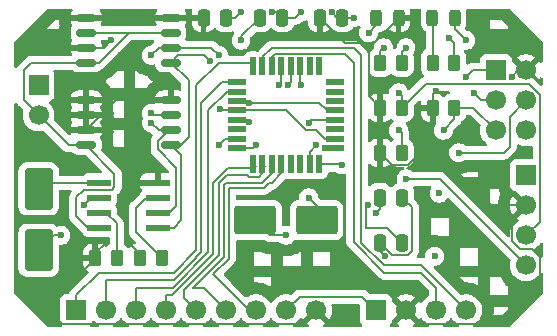
<source format=gbr>
%TF.GenerationSoftware,KiCad,Pcbnew,9.0.4*%
%TF.CreationDate,2025-09-30T03:14:49+08:00*%
%TF.ProjectId,MCU Datalogger,4d435520-4461-4746-916c-6f676765722e,1*%
%TF.SameCoordinates,Original*%
%TF.FileFunction,Copper,L1,Top*%
%TF.FilePolarity,Positive*%
%FSLAX46Y46*%
G04 Gerber Fmt 4.6, Leading zero omitted, Abs format (unit mm)*
G04 Created by KiCad (PCBNEW 9.0.4) date 2025-09-30 03:14:49*
%MOMM*%
%LPD*%
G01*
G04 APERTURE LIST*
G04 Aperture macros list*
%AMRoundRect*
0 Rectangle with rounded corners*
0 $1 Rounding radius*
0 $2 $3 $4 $5 $6 $7 $8 $9 X,Y pos of 4 corners*
0 Add a 4 corners polygon primitive as box body*
4,1,4,$2,$3,$4,$5,$6,$7,$8,$9,$2,$3,0*
0 Add four circle primitives for the rounded corners*
1,1,$1+$1,$2,$3*
1,1,$1+$1,$4,$5*
1,1,$1+$1,$6,$7*
1,1,$1+$1,$8,$9*
0 Add four rect primitives between the rounded corners*
20,1,$1+$1,$2,$3,$4,$5,0*
20,1,$1+$1,$4,$5,$6,$7,0*
20,1,$1+$1,$6,$7,$8,$9,0*
20,1,$1+$1,$8,$9,$2,$3,0*%
G04 Aperture macros list end*
%TA.AperFunction,ComponentPad*%
%ADD10R,1.700000X1.700000*%
%TD*%
%TA.AperFunction,ComponentPad*%
%ADD11C,1.700000*%
%TD*%
%TA.AperFunction,SMDPad,CuDef*%
%ADD12RoundRect,0.250000X0.262500X0.450000X-0.262500X0.450000X-0.262500X-0.450000X0.262500X-0.450000X0*%
%TD*%
%TA.AperFunction,SMDPad,CuDef*%
%ADD13RoundRect,0.250001X1.499999X0.949999X-1.499999X0.949999X-1.499999X-0.949999X1.499999X-0.949999X0*%
%TD*%
%TA.AperFunction,SMDPad,CuDef*%
%ADD14RoundRect,0.068750X-0.206250X-0.666250X0.206250X-0.666250X0.206250X0.666250X-0.206250X0.666250X0*%
%TD*%
%TA.AperFunction,SMDPad,CuDef*%
%ADD15RoundRect,0.068750X-0.666250X-0.206250X0.666250X-0.206250X0.666250X0.206250X-0.666250X0.206250X0*%
%TD*%
%TA.AperFunction,SMDPad,CuDef*%
%ADD16RoundRect,0.250000X-0.262500X-0.450000X0.262500X-0.450000X0.262500X0.450000X-0.262500X0.450000X0*%
%TD*%
%TA.AperFunction,SMDPad,CuDef*%
%ADD17RoundRect,0.073750X-0.911250X-0.221250X0.911250X-0.221250X0.911250X0.221250X-0.911250X0.221250X0*%
%TD*%
%TA.AperFunction,SMDPad,CuDef*%
%ADD18RoundRect,0.162500X-0.650000X-0.162500X0.650000X-0.162500X0.650000X0.162500X-0.650000X0.162500X0*%
%TD*%
%TA.AperFunction,SMDPad,CuDef*%
%ADD19RoundRect,0.243750X-0.243750X-0.456250X0.243750X-0.456250X0.243750X0.456250X-0.243750X0.456250X0*%
%TD*%
%TA.AperFunction,SMDPad,CuDef*%
%ADD20RoundRect,0.250000X-0.250000X-0.475000X0.250000X-0.475000X0.250000X0.475000X-0.250000X0.475000X0*%
%TD*%
%TA.AperFunction,SMDPad,CuDef*%
%ADD21RoundRect,0.250001X0.949999X-1.499999X0.949999X1.499999X-0.949999X1.499999X-0.949999X-1.499999X0*%
%TD*%
%TA.AperFunction,ViaPad*%
%ADD22C,0.600000*%
%TD*%
%TA.AperFunction,Conductor*%
%ADD23C,0.200000*%
%TD*%
G04 APERTURE END LIST*
D10*
%TO.P,J3,1,Pin_1*%
%TO.N,GND*%
X120015000Y-84455000D03*
D11*
%TO.P,J3,2,Pin_2*%
%TO.N,/Vcc*%
X122555000Y-84455000D03*
%TO.P,J3,3,Pin_3*%
%TO.N,/RX*%
X125095000Y-84455000D03*
%TO.P,J3,4,Pin_4*%
%TO.N,/TX*%
X127635000Y-84455000D03*
%TD*%
%TO.P,J1,9,Pin_9*%
%TO.N,/Vcc*%
X114935000Y-84455000D03*
%TO.P,J1,8,Pin_8*%
%TO.N,GND*%
X112395000Y-84455000D03*
%TO.P,J1,7,Pin_7*%
%TO.N,/D8*%
X109855000Y-84455000D03*
%TO.P,J1,6,Pin_6*%
%TO.N,/D7*%
X107315000Y-84455000D03*
%TO.P,J1,5,Pin_5*%
%TO.N,/D6*%
X104775000Y-84455000D03*
%TO.P,J1,4,Pin_4*%
%TO.N,/D5*%
X102235000Y-84455000D03*
%TO.P,J1,3,Pin_3*%
%TO.N,/D4*%
X99695000Y-84455000D03*
%TO.P,J1,2,Pin_2*%
%TO.N,/D3*%
X97155000Y-84455000D03*
D10*
%TO.P,J1,1,Pin_1*%
%TO.N,/D2*%
X94615000Y-84455000D03*
%TD*%
D12*
%TO.P,R5,2*%
%TO.N,Net-(D1-K)*%
X124817500Y-63500000D03*
%TO.P,R5,1*%
%TO.N,GND*%
X126642500Y-63500000D03*
%TD*%
D13*
%TO.P,Y2,2,2*%
%TO.N,Net-(U4-PB6)*%
X109795000Y-76835000D03*
%TO.P,Y2,1,1*%
%TO.N,Net-(U4-PB7)*%
X114995000Y-76835000D03*
%TD*%
D14*
%TO.P,U4,32,PD2*%
%TO.N,/D2*%
X109595000Y-63775000D03*
%TO.P,U4,31,PD1*%
%TO.N,/TX*%
X110395000Y-63775000D03*
%TO.P,U4,30,PD0*%
%TO.N,/RX*%
X111195000Y-63775000D03*
%TO.P,U4,29,PC6/~{RESET}*%
%TO.N,/RESET*%
X111995000Y-63775000D03*
%TO.P,U4,28,PC5*%
%TO.N,/SCK*%
X112795000Y-63775000D03*
%TO.P,U4,27,PC4*%
%TO.N,/SDA*%
X113595000Y-63775000D03*
%TO.P,U4,26,PC3*%
%TO.N,unconnected-(U4-PC3-Pad26)*%
X114395000Y-63775000D03*
%TO.P,U4,25,PC2*%
%TO.N,unconnected-(U4-PC2-Pad25)*%
X115195000Y-63775000D03*
D15*
%TO.P,U4,24,PC1*%
%TO.N,unconnected-(U4-PC1-Pad24)*%
X116565000Y-65145000D03*
%TO.P,U4,23,PC0*%
%TO.N,unconnected-(U4-PC0-Pad23)*%
X116565000Y-65945000D03*
%TO.P,U4,22,ADC7*%
%TO.N,unconnected-(U4-ADC7-Pad22)*%
X116565000Y-66745000D03*
%TO.P,U4,21,GND*%
%TO.N,GND*%
X116565000Y-67545000D03*
%TO.P,U4,20,AREF*%
%TO.N,Net-(U4-AREF)*%
X116565000Y-68345000D03*
%TO.P,U4,19,ADC6*%
%TO.N,unconnected-(U4-ADC6-Pad19)*%
X116565000Y-69145000D03*
%TO.P,U4,18,AVCC*%
%TO.N,Net-(BT1-+)*%
X116565000Y-69945000D03*
%TO.P,U4,17,PB5*%
%TO.N,/SCK*%
X116565000Y-70745000D03*
D14*
%TO.P,U4,16,PB4*%
%TO.N,/MISO*%
X115195000Y-72115000D03*
%TO.P,U4,15,PB3*%
%TO.N,/MOSI*%
X114395000Y-72115000D03*
%TO.P,U4,14,PB2*%
%TO.N,unconnected-(U4-PB2-Pad14)*%
X113595000Y-72115000D03*
%TO.P,U4,13,PB1*%
%TO.N,unconnected-(U4-PB1-Pad13)*%
X112795000Y-72115000D03*
%TO.P,U4,12,PB0*%
%TO.N,/D8*%
X111995000Y-72115000D03*
%TO.P,U4,11,PD7*%
%TO.N,/D7*%
X111195000Y-72115000D03*
%TO.P,U4,10,PD6*%
%TO.N,/D6*%
X110395000Y-72115000D03*
%TO.P,U4,9,PD5*%
%TO.N,/D5*%
X109595000Y-72115000D03*
D15*
%TO.P,U4,8,PB7*%
%TO.N,Net-(U4-PB7)*%
X108225000Y-70745000D03*
%TO.P,U4,7,PB6*%
%TO.N,Net-(U4-PB6)*%
X108225000Y-69945000D03*
%TO.P,U4,6,VCC*%
%TO.N,unconnected-(U4-VCC-Pad6)*%
X108225000Y-69145000D03*
%TO.P,U4,5,GND*%
%TO.N,GND*%
X108225000Y-68345000D03*
%TO.P,U4,4,VCC*%
%TO.N,Net-(BT1-+)*%
X108225000Y-67545000D03*
%TO.P,U4,3,GND*%
%TO.N,GND*%
X108225000Y-66745000D03*
%TO.P,U4,2,PD4*%
%TO.N,/D4*%
X108225000Y-65945000D03*
%TO.P,U4,1,PD3*%
%TO.N,/D3*%
X108225000Y-65145000D03*
%TD*%
D16*
%TO.P,R1,2*%
%TO.N,Net-(U2-~{INTA})*%
X98067500Y-80010000D03*
%TO.P,R1,1*%
%TO.N,/Vcc*%
X96242500Y-80010000D03*
%TD*%
D17*
%TO.P,U2,8,VCC*%
%TO.N,/Vcc*%
X101535000Y-73660000D03*
%TO.P,U2,7,SQW/~INT*%
%TO.N,Net-(U2-SQW{slash}~INT)*%
X101535000Y-74930000D03*
%TO.P,U2,6,SCL*%
%TO.N,/SCK*%
X101535000Y-76200000D03*
%TO.P,U2,5,SDA*%
%TO.N,/SDA*%
X101535000Y-77470000D03*
%TO.P,U2,4,GND*%
%TO.N,GND*%
X96585000Y-77470000D03*
%TO.P,U2,3,~{INTA}*%
%TO.N,Net-(U2-~{INTA})*%
X96585000Y-76200000D03*
%TO.P,U2,2,X2*%
%TO.N,Net-(U2-X2)*%
X96585000Y-74930000D03*
%TO.P,U2,1,X1*%
%TO.N,Net-(U2-X1)*%
X96585000Y-73660000D03*
%TD*%
D18*
%TO.P,U1,1,A0*%
%TO.N,/Vcc*%
X95472500Y-66675000D03*
%TO.P,U1,2,A1*%
X95472500Y-67945000D03*
%TO.P,U1,3,A2*%
X95472500Y-69215000D03*
%TO.P,U1,4,GND*%
%TO.N,GND*%
X95472500Y-70485000D03*
%TO.P,U1,5,SDA*%
%TO.N,/SDA*%
X102647500Y-70485000D03*
%TO.P,U1,6,SCL*%
%TO.N,/SCK*%
X102647500Y-69215000D03*
%TO.P,U1,7,WP*%
%TO.N,GND*%
X102647500Y-67945000D03*
%TO.P,U1,8,VCC*%
%TO.N,/Vcc*%
X102647500Y-66675000D03*
%TD*%
%TO.P,U3,8,VCC*%
%TO.N,/Vcc*%
X102647500Y-59690000D03*
%TO.P,U3,7,WP*%
%TO.N,GND*%
X102647500Y-60960000D03*
%TO.P,U3,6,SCL*%
%TO.N,/SCK*%
X102647500Y-62230000D03*
%TO.P,U3,5,SDA*%
%TO.N,/SDA*%
X102647500Y-63500000D03*
%TO.P,U3,4,GND*%
%TO.N,GND*%
X95472500Y-63500000D03*
%TO.P,U3,3,A2*%
%TO.N,/Vcc*%
X95472500Y-62230000D03*
%TO.P,U3,2,A1*%
%TO.N,GND*%
X95472500Y-60960000D03*
%TO.P,U3,1,A0*%
%TO.N,/Vcc*%
X95472500Y-59690000D03*
%TD*%
D19*
%TO.P,D1,1,K*%
%TO.N,Net-(D1-K)*%
X124792500Y-59690000D03*
%TO.P,D1,2,A*%
%TO.N,/SCK*%
X126667500Y-59690000D03*
%TD*%
D20*
%TO.P,C3,1*%
%TO.N,Net-(U4-PB7)*%
X110175000Y-59690000D03*
%TO.P,C3,2*%
%TO.N,GND*%
X112075000Y-59690000D03*
%TD*%
%TO.P,C1,1*%
%TO.N,/Vcc*%
X105410000Y-59690000D03*
%TO.P,C1,2*%
%TO.N,GND*%
X107310000Y-59690000D03*
%TD*%
D16*
%TO.P,R6,1*%
%TO.N,/Vcc*%
X124817500Y-67310000D03*
%TO.P,R6,2*%
%TO.N,/RESET*%
X126642500Y-67310000D03*
%TD*%
D10*
%TO.P,BT1,1,+*%
%TO.N,Net-(BT1-+)*%
X91440000Y-65400000D03*
D11*
%TO.P,BT1,2,-*%
%TO.N,GND*%
X91440000Y-67940000D03*
%TD*%
D16*
%TO.P,R4,1*%
%TO.N,/Vcc*%
X120372500Y-67310000D03*
%TO.P,R4,2*%
%TO.N,/SDA*%
X122197500Y-67310000D03*
%TD*%
D19*
%TO.P,D2,1,K*%
%TO.N,Net-(D2-K)*%
X120045000Y-59690000D03*
%TO.P,D2,2,A*%
%TO.N,/Vcc*%
X121920000Y-59690000D03*
%TD*%
D16*
%TO.P,R3,1*%
%TO.N,/Vcc*%
X120372500Y-71120000D03*
%TO.P,R3,2*%
%TO.N,/SCK*%
X122197500Y-71120000D03*
%TD*%
D10*
%TO.P,J4,1,Pin_1*%
%TO.N,/MISO*%
X130170000Y-64135000D03*
D11*
%TO.P,J4,2,Pin_2*%
%TO.N,/Vcc*%
X132710000Y-64135000D03*
%TO.P,J4,3,Pin_3*%
%TO.N,/SCK*%
X130170000Y-66675000D03*
%TO.P,J4,4,Pin_4*%
%TO.N,/MOSI*%
X132710000Y-66675000D03*
%TO.P,J4,5,Pin_5*%
%TO.N,/RESET*%
X130170000Y-69215000D03*
%TO.P,J4,6,Pin_6*%
%TO.N,GND*%
X132710000Y-69215000D03*
%TD*%
D20*
%TO.P,C2,1*%
%TO.N,Net-(U4-PB6)*%
X120335000Y-74930000D03*
%TO.P,C2,2*%
%TO.N,GND*%
X122235000Y-74930000D03*
%TD*%
%TO.P,C4,1*%
%TO.N,GND*%
X120335000Y-78740000D03*
%TO.P,C4,2*%
%TO.N,Net-(U4-AREF)*%
X122235000Y-78740000D03*
%TD*%
D16*
%TO.P,R7,1*%
%TO.N,Net-(D2-K)*%
X120372500Y-63500000D03*
%TO.P,R7,2*%
%TO.N,GND*%
X122197500Y-63500000D03*
%TD*%
D20*
%TO.P,C5,1*%
%TO.N,/Vcc*%
X115255000Y-59690000D03*
%TO.P,C5,2*%
%TO.N,GND*%
X117155000Y-59690000D03*
%TD*%
D21*
%TO.P,Y1,1,1*%
%TO.N,Net-(U2-X2)*%
X91440000Y-79375000D03*
%TO.P,Y1,2,2*%
%TO.N,Net-(U2-X1)*%
X91440000Y-74175000D03*
%TD*%
D10*
%TO.P,J2,1,Pin_1*%
%TO.N,GND*%
X132715000Y-73025000D03*
D11*
%TO.P,J2,2,Pin_2*%
%TO.N,/Vcc*%
X132715000Y-75565000D03*
%TO.P,J2,3,Pin_3*%
%TO.N,/SDA*%
X132715000Y-78105000D03*
%TO.P,J2,4,Pin_4*%
%TO.N,/SCK*%
X132715000Y-80645000D03*
%TD*%
D16*
%TO.P,R2,1*%
%TO.N,/Vcc*%
X100052500Y-80010000D03*
%TO.P,R2,2*%
%TO.N,Net-(U2-SQW{slash}~INT)*%
X101877500Y-80010000D03*
%TD*%
D22*
%TO.N,*%
X124968000Y-79883000D03*
X125349000Y-74549000D03*
%TO.N,GND*%
X100965000Y-67779997D03*
%TO.N,Net-(D2-K)*%
X120650000Y-62230000D03*
X119380000Y-60960000D03*
%TO.N,GND*%
X126150764Y-61380764D03*
X122555000Y-62230000D03*
X118110000Y-59690000D03*
%TO.N,/Vcc*%
X98425000Y-62865000D03*
X97611473Y-61560000D03*
%TO.N,GND*%
X116255000Y-59227074D03*
X113665000Y-59220000D03*
%TO.N,/Vcc*%
X97155000Y-78740000D03*
X99060000Y-78740000D03*
%TO.N,GND*%
X120756765Y-79903235D03*
%TO.N,/Vcc*%
X125095000Y-65886000D03*
X131520002Y-64686000D03*
%TO.N,GND*%
X109255000Y-66900227D03*
X109255000Y-68500226D03*
X111175000Y-59227074D03*
X108585000Y-59220000D03*
%TO.N,Net-(U2-X2)*%
X95250000Y-75565000D03*
X93345000Y-78105000D03*
%TO.N,/SCK*%
X100965000Y-62865000D03*
X100965000Y-68580000D03*
%TO.N,Net-(BT1-+)*%
X106786765Y-67416765D03*
%TO.N,Net-(U4-PB6)*%
X120015000Y-76200000D03*
X112395000Y-78105000D03*
X106680000Y-70485000D03*
%TO.N,Net-(U4-PB7)*%
X108585000Y-61595000D03*
X114300000Y-74930000D03*
X109855000Y-70485000D03*
%TO.N,Net-(U4-AREF)*%
X114300000Y-68580000D03*
X119352863Y-75568676D03*
%TO.N,/SCK*%
X122555000Y-73330265D03*
X127635000Y-61595000D03*
X115708660Y-70688604D03*
X121920000Y-69215000D03*
X112560003Y-65405000D03*
X106680000Y-62865000D03*
X128270000Y-66040000D03*
%TO.N,/SDA*%
X113665000Y-65405000D03*
X121920000Y-66040000D03*
X105938235Y-63393235D03*
%TO.N,/RESET*%
X125730000Y-69215000D03*
X111760000Y-65405000D03*
%TO.N,/MOSI*%
X127000000Y-71120000D03*
X114935000Y-70485000D03*
%TO.N,/MISO*%
X117100735Y-72129265D03*
X127635000Y-64686000D03*
%TD*%
D23*
%TO.N,/Vcc*%
X96242500Y-80160500D02*
X96242500Y-80010000D01*
X92710000Y-83693000D02*
X96242500Y-80160500D01*
X113784000Y-85606000D02*
X93464000Y-85606000D01*
X93464000Y-85606000D02*
X92710000Y-84852000D01*
X92710000Y-84852000D02*
X92710000Y-83693000D01*
X114935000Y-84455000D02*
X113784000Y-85606000D01*
%TO.N,/D3*%
X97155000Y-81915000D02*
X102870000Y-81915000D01*
%TO.N,GND*%
X102647500Y-67945000D02*
X101130003Y-67945000D01*
X101130003Y-67945000D02*
X100965000Y-67779997D01*
%TO.N,Net-(D2-K)*%
X120372500Y-62507500D02*
X120650000Y-62230000D01*
X120372500Y-63500000D02*
X120372500Y-62507500D01*
X120045000Y-60295000D02*
X119380000Y-60960000D01*
X120045000Y-59690000D02*
X120045000Y-60295000D01*
%TO.N,/Vcc*%
X118979000Y-61829000D02*
X119380000Y-62230000D01*
X117394000Y-61829000D02*
X118979000Y-61829000D01*
X115255000Y-59690000D02*
X117394000Y-61829000D01*
X119380000Y-62230000D02*
X121920000Y-59690000D01*
X119380000Y-66317500D02*
X119380000Y-62230000D01*
X120372500Y-67310000D02*
X119380000Y-66317500D01*
%TO.N,GND*%
X126642500Y-61872500D02*
X126150764Y-61380764D01*
X126642500Y-63500000D02*
X126642500Y-61872500D01*
%TO.N,Net-(D1-K)*%
X124817500Y-59715000D02*
X124792500Y-59690000D01*
X124817500Y-63500000D02*
X124817500Y-59715000D01*
%TO.N,Net-(D2-K)*%
X120045000Y-63172500D02*
X120372500Y-63500000D01*
%TO.N,GND*%
X122197500Y-62587500D02*
X122555000Y-62230000D01*
X122197500Y-63500000D02*
X122197500Y-62587500D01*
X117155000Y-59690000D02*
X118110000Y-59690000D01*
X117155000Y-59690000D02*
X117155000Y-59847500D01*
%TO.N,/Vcc*%
X115255000Y-59690000D02*
X114935000Y-59690000D01*
X124817500Y-69998660D02*
X124817500Y-67310000D01*
X120372500Y-71120000D02*
X121373500Y-72121000D01*
X121373500Y-72121000D02*
X122695160Y-72121000D01*
X122695160Y-72121000D02*
X124817500Y-69998660D01*
X131564000Y-76716000D02*
X132715000Y-75565000D01*
X131564000Y-78581760D02*
X131564000Y-76716000D01*
X132238240Y-79256000D02*
X131564000Y-78581760D01*
X133191760Y-79256000D02*
X132238240Y-79256000D01*
X133866000Y-82034000D02*
X133866000Y-79930240D01*
X130294000Y-85606000D02*
X133866000Y-82034000D01*
X133866000Y-79930240D02*
X133191760Y-79256000D01*
X123706000Y-85606000D02*
X130294000Y-85606000D01*
X122555000Y-84455000D02*
X123706000Y-85606000D01*
X96941473Y-62230000D02*
X97611473Y-61560000D01*
X95472500Y-62230000D02*
X96941473Y-62230000D01*
X95472500Y-67945000D02*
X95472500Y-69215000D01*
X95472500Y-66675000D02*
X95472500Y-67945000D01*
%TO.N,GND*%
X115185227Y-66900227D02*
X109255000Y-66900227D01*
X115830000Y-67545000D02*
X115185227Y-66900227D01*
X116565000Y-67545000D02*
X115830000Y-67545000D01*
X116717926Y-59690000D02*
X116255000Y-59227074D01*
X117155000Y-59690000D02*
X116717926Y-59690000D01*
X113195000Y-59690000D02*
X113665000Y-59220000D01*
X112075000Y-59690000D02*
X113195000Y-59690000D01*
%TO.N,/Vcc*%
X128905000Y-75565000D02*
X132715000Y-75565000D01*
X124817500Y-71477500D02*
X128905000Y-75565000D01*
X124817500Y-67310000D02*
X124817500Y-71477500D01*
X96242500Y-79652500D02*
X97155000Y-78740000D01*
X96242500Y-80010000D02*
X96242500Y-79652500D01*
X100052500Y-79732500D02*
X99060000Y-78740000D01*
X100052500Y-80010000D02*
X100052500Y-79732500D01*
%TO.N,GND*%
X111612074Y-59227074D02*
X112075000Y-59690000D01*
X111175000Y-59227074D02*
X111612074Y-59227074D01*
%TO.N,/Vcc*%
X120372500Y-67310000D02*
X120372500Y-71120000D01*
%TO.N,GND*%
X113546000Y-83304000D02*
X118864000Y-83304000D01*
X118864000Y-83304000D02*
X120015000Y-84455000D01*
X112395000Y-84455000D02*
X113546000Y-83304000D01*
X120335000Y-79481470D02*
X120756765Y-79903235D01*
X120335000Y-78740000D02*
X120335000Y-79481470D01*
%TO.N,/Vcc*%
X124817500Y-66163500D02*
X125095000Y-65886000D01*
X124817500Y-67310000D02*
X124817500Y-66163500D01*
X132071002Y-64135000D02*
X131520002Y-64686000D01*
X132710000Y-64135000D02*
X132071002Y-64135000D01*
%TO.N,GND*%
X122720160Y-79766000D02*
X121361000Y-79766000D01*
X123036000Y-79450160D02*
X122720160Y-79766000D01*
X121361000Y-79766000D02*
X120335000Y-78740000D01*
X123036000Y-75731000D02*
X123036000Y-79450160D01*
X122235000Y-74930000D02*
X123036000Y-75731000D01*
X109099773Y-66745000D02*
X109255000Y-66900227D01*
X108225000Y-66745000D02*
X109099773Y-66745000D01*
X109099774Y-68345000D02*
X109255000Y-68500226D01*
X108225000Y-68345000D02*
X109099774Y-68345000D01*
X112075000Y-59690000D02*
X111637926Y-59690000D01*
X108115000Y-59690000D02*
X108585000Y-59220000D01*
X107310000Y-59690000D02*
X108115000Y-59690000D01*
X95674990Y-70485000D02*
X95472500Y-70485000D01*
X97871000Y-72883500D02*
X95472500Y-70485000D01*
X97871000Y-74038520D02*
X97871000Y-72883500D01*
X94649000Y-76519000D02*
X94649000Y-74896000D01*
X95289000Y-74256000D02*
X97653520Y-74256000D01*
X95600000Y-77470000D02*
X94649000Y-76519000D01*
X94649000Y-74896000D02*
X95289000Y-74256000D01*
X97653520Y-74256000D02*
X97871000Y-74038520D01*
X96585000Y-77470000D02*
X95600000Y-77470000D01*
%TO.N,Net-(U2-X2)*%
X95885000Y-74930000D02*
X95250000Y-75565000D01*
X96585000Y-74930000D02*
X95885000Y-74930000D01*
X92710000Y-78105000D02*
X93345000Y-78105000D01*
X91440000Y-79375000D02*
X92710000Y-78105000D01*
%TO.N,/Vcc*%
X92710000Y-62230000D02*
X95472500Y-62230000D01*
X92075000Y-61595000D02*
X92710000Y-62230000D01*
X92075000Y-60325000D02*
X92075000Y-61595000D01*
X92710000Y-59690000D02*
X92075000Y-60325000D01*
X95472500Y-59690000D02*
X92710000Y-59690000D01*
X102647500Y-59690000D02*
X105410000Y-59690000D01*
%TO.N,GND*%
X95472500Y-60960000D02*
X99060000Y-60960000D01*
X99060000Y-60960000D02*
X102647500Y-60960000D01*
X96520000Y-63500000D02*
X99060000Y-60960000D01*
X95472500Y-63500000D02*
X96520000Y-63500000D01*
X90170000Y-64135000D02*
X90805000Y-63500000D01*
X90170000Y-66670000D02*
X90170000Y-64135000D01*
X90805000Y-63500000D02*
X95472500Y-63500000D01*
X91440000Y-67940000D02*
X90170000Y-66670000D01*
X93985000Y-70485000D02*
X95472500Y-70485000D01*
X91440000Y-67940000D02*
X93985000Y-70485000D01*
%TO.N,/SCK*%
X101600000Y-62230000D02*
X100965000Y-62865000D01*
X102647500Y-62230000D02*
X101600000Y-62230000D01*
X101600000Y-69215000D02*
X100965000Y-68580000D01*
X102647500Y-69215000D02*
X101600000Y-69215000D01*
%TO.N,/Vcc*%
X98012500Y-66675000D02*
X102647500Y-66675000D01*
X95472500Y-69215000D02*
X98012500Y-66675000D01*
%TO.N,Net-(BT1-+)*%
X114935000Y-69215000D02*
X115665000Y-69945000D01*
X108225000Y-67545000D02*
X106915000Y-67545000D01*
X108225000Y-67545000D02*
X112415057Y-67545000D01*
X112415057Y-67545000D02*
X114085057Y-69215000D01*
X115665000Y-69945000D02*
X116565000Y-69945000D01*
X106915000Y-67545000D02*
X106786765Y-67416765D01*
X114085057Y-69215000D02*
X114935000Y-69215000D01*
%TO.N,/Vcc*%
X115255000Y-59690000D02*
X115255000Y-59881160D01*
%TO.N,Net-(U4-PB6)*%
X120335000Y-74930000D02*
X120335000Y-75880000D01*
X111065000Y-78105000D02*
X112395000Y-78105000D01*
X109795000Y-76835000D02*
X111065000Y-78105000D01*
X107220000Y-69945000D02*
X106680000Y-70485000D01*
X120335000Y-75880000D02*
X120015000Y-76200000D01*
X108225000Y-69945000D02*
X107220000Y-69945000D01*
%TO.N,Net-(U4-PB7)*%
X114995000Y-75625000D02*
X114300000Y-74930000D01*
X108225000Y-70745000D02*
X109595000Y-70745000D01*
X109595000Y-70745000D02*
X109855000Y-70485000D01*
X110175000Y-59690000D02*
X108585000Y-61280000D01*
X108585000Y-61280000D02*
X108585000Y-61595000D01*
X108225000Y-70745000D02*
X108225000Y-70760000D01*
X114995000Y-76835000D02*
X114995000Y-75625000D01*
X110175000Y-59690000D02*
X110490000Y-59690000D01*
%TO.N,Net-(U4-AREF)*%
X120965000Y-77470000D02*
X119146000Y-77470000D01*
X116565000Y-68345000D02*
X114535000Y-68345000D01*
X122235000Y-78740000D02*
X120965000Y-77470000D01*
X119146000Y-75775539D02*
X119352863Y-75568676D01*
X119146000Y-77470000D02*
X119146000Y-75775539D01*
X114535000Y-68345000D02*
X114300000Y-68580000D01*
%TO.N,/SCK*%
X128905000Y-66675000D02*
X128270000Y-66040000D01*
X116565000Y-70745000D02*
X116789000Y-70521000D01*
X125400265Y-73330265D02*
X122555000Y-73330265D01*
X122197500Y-71120000D02*
X122555000Y-71120000D01*
X103104000Y-75616000D02*
X103104000Y-72413990D01*
X112795000Y-65170003D02*
X112560003Y-65405000D01*
X102445010Y-69215000D02*
X102647500Y-69215000D01*
X101535000Y-76200000D02*
X102520000Y-76200000D01*
X132715000Y-80645000D02*
X125400265Y-73330265D01*
X103104000Y-72413990D02*
X101534000Y-70843990D01*
X126667500Y-59690000D02*
X126667500Y-60627500D01*
X112560003Y-65405000D02*
X112560003Y-65454940D01*
X101534000Y-70126010D02*
X102445010Y-69215000D01*
X106045000Y-62230000D02*
X106680000Y-62865000D01*
X102647500Y-62230000D02*
X106045000Y-62230000D01*
X122197500Y-69492500D02*
X121920000Y-69215000D01*
X116565000Y-70745000D02*
X115765056Y-70745000D01*
X101534000Y-70843990D02*
X101534000Y-70126010D01*
X130170000Y-66675000D02*
X128905000Y-66675000D01*
X116789000Y-70521000D02*
X116840000Y-70521000D01*
X102520000Y-76200000D02*
X103104000Y-75616000D01*
X122197500Y-71120000D02*
X122197500Y-69492500D01*
X112795000Y-63775000D02*
X112795000Y-65170003D01*
X126667500Y-60627500D02*
X127635000Y-61595000D01*
X115765056Y-70745000D02*
X115708660Y-70688604D01*
%TO.N,/D3*%
X97155000Y-84455000D02*
X97155000Y-81915000D01*
X104775000Y-80010000D02*
X104775000Y-79942100D01*
X102870000Y-81915000D02*
X104775000Y-80010000D01*
X104775000Y-79942100D02*
X105176000Y-79541100D01*
X106940000Y-65145000D02*
X108225000Y-65145000D01*
X105176000Y-79541100D02*
X105176000Y-66909000D01*
X105176000Y-66909000D02*
X106940000Y-65145000D01*
%TO.N,/D5*%
X102235000Y-84455000D02*
X102235000Y-83185000D01*
X109320000Y-72390000D02*
X109595000Y-72115000D01*
X102235000Y-83185000D02*
X102734200Y-83185000D01*
X102734200Y-83185000D02*
X106212000Y-79707200D01*
X106212000Y-73660000D02*
X107482000Y-72390000D01*
X109819000Y-72339000D02*
X109595000Y-72115000D01*
X107482000Y-72390000D02*
X109320000Y-72390000D01*
X106212000Y-79707200D02*
X106212000Y-73660000D01*
%TO.N,/D2*%
X106680000Y-63500000D02*
X109320000Y-63500000D01*
X96520000Y-81280000D02*
X102870000Y-81280000D01*
X109320000Y-63500000D02*
X109595000Y-63775000D01*
X102870000Y-81280000D02*
X104775000Y-79375000D01*
X104775000Y-79375000D02*
X104775000Y-65405000D01*
X94615000Y-84455000D02*
X94615000Y-83185000D01*
X104775000Y-65405000D02*
X106680000Y-63500000D01*
X94615000Y-83185000D02*
X96520000Y-81280000D01*
%TO.N,/D6*%
X104775000Y-84455000D02*
X103720650Y-83400650D01*
X110395000Y-72850000D02*
X110395000Y-72115000D01*
X107414100Y-73025000D02*
X109107688Y-73025000D01*
X110619000Y-72339000D02*
X110395000Y-72115000D01*
X103720650Y-82765650D02*
X106729550Y-79756750D01*
X110094000Y-73151000D02*
X110395000Y-72850000D01*
X109107688Y-73025000D02*
X109233688Y-73151000D01*
X106729550Y-79756750D02*
X106729550Y-73709550D01*
X106729550Y-73709550D02*
X107414100Y-73025000D01*
X109233688Y-73151000D02*
X110094000Y-73151000D01*
X103720650Y-83400650D02*
X103720650Y-82765650D01*
%TO.N,/D8*%
X111185000Y-73660000D02*
X111995000Y-72850000D01*
X109855000Y-84455000D02*
X109220000Y-84455000D01*
X106192750Y-81427750D02*
X107531550Y-80088950D01*
X110952101Y-73660000D02*
X111185000Y-73660000D01*
X111995000Y-72115000D02*
X111771000Y-72339000D01*
X107531550Y-80088950D02*
X107531550Y-74076600D01*
X111995000Y-72850000D02*
X111995000Y-72115000D01*
X110535500Y-74076600D02*
X110952101Y-73660000D01*
X109220000Y-84455000D02*
X106192750Y-81427750D01*
X107531550Y-74076600D02*
X110535500Y-74076600D01*
%TO.N,/D4*%
X99695000Y-84455000D02*
X99695000Y-82550000D01*
X105811000Y-79541100D02*
X105811000Y-67544000D01*
X107410000Y-65945000D02*
X108225000Y-65945000D01*
X99695000Y-82550000D02*
X102802100Y-82550000D01*
X102802100Y-82550000D02*
X105811000Y-79541100D01*
X105811000Y-67544000D02*
X107410000Y-65945000D01*
%TO.N,/D7*%
X107130550Y-79922850D02*
X107130550Y-73875650D01*
X105410000Y-82550000D02*
X104503400Y-82550000D01*
X111195000Y-72850000D02*
X111195000Y-72115000D01*
X107130550Y-73875650D02*
X107330600Y-73675600D01*
X110369400Y-73675600D02*
X111195000Y-72850000D01*
X111370000Y-72290000D02*
X111195000Y-72115000D01*
X107315000Y-84455000D02*
X105410000Y-82550000D01*
X104503400Y-82550000D02*
X107130550Y-79922850D01*
X107330600Y-73675600D02*
X110369400Y-73675600D01*
%TO.N,/SDA*%
X113595000Y-65335000D02*
X113665000Y-65405000D01*
X102647500Y-70485000D02*
X103505000Y-71342500D01*
X122197500Y-66317500D02*
X121920000Y-66040000D01*
X105410000Y-62865000D02*
X105938235Y-63393235D01*
X122197500Y-67310000D02*
X122197500Y-66317500D01*
X133866000Y-76954000D02*
X132715000Y-78105000D01*
X102647500Y-63500000D02*
X103282500Y-62865000D01*
X102647500Y-70485000D02*
X103459999Y-70485000D01*
X102870000Y-77470000D02*
X101535000Y-77470000D01*
X103505000Y-62865000D02*
X105410000Y-62865000D01*
X113595000Y-63775000D02*
X113595000Y-65335000D01*
X104140000Y-69804999D02*
X104140000Y-64992500D01*
X103505000Y-76835000D02*
X102870000Y-77470000D01*
X103459999Y-70485000D02*
X104140000Y-69804999D01*
X124221500Y-65286000D02*
X132948760Y-65286000D01*
X104140000Y-64992500D02*
X102647500Y-63500000D01*
X132948760Y-65286000D02*
X133866000Y-66203240D01*
X122197500Y-67310000D02*
X124221500Y-65286000D01*
X103282500Y-62865000D02*
X103505000Y-62865000D01*
X133866000Y-66203240D02*
X133866000Y-76954000D01*
X103505000Y-71342500D02*
X103505000Y-76835000D01*
%TO.N,/RX*%
X118110000Y-78672100D02*
X118110000Y-63500000D01*
X117349000Y-62739000D02*
X111496000Y-62739000D01*
X120717900Y-81280000D02*
X123825000Y-81280000D01*
X111496000Y-62739000D02*
X111195000Y-63040000D01*
X111195000Y-63040000D02*
X111195000Y-63775000D01*
X125095000Y-82550000D02*
X125095000Y-84455000D01*
X123825000Y-81280000D02*
X125095000Y-82550000D01*
X118110000Y-78672100D02*
X120717900Y-81280000D01*
X118110000Y-63500000D02*
X117349000Y-62739000D01*
%TO.N,/TX*%
X123825000Y-80645000D02*
X127635000Y-84455000D01*
X110395000Y-63775000D02*
X110395000Y-63040000D01*
X118110000Y-62230000D02*
X118745000Y-62865000D01*
X111205000Y-62230000D02*
X118110000Y-62230000D01*
X120650000Y-80645000D02*
X123825000Y-80645000D01*
X118745000Y-78740000D02*
X120650000Y-80645000D01*
X110395000Y-63040000D02*
X111205000Y-62230000D01*
X118745000Y-62865000D02*
X118745000Y-78740000D01*
%TO.N,/RESET*%
X126642500Y-68302500D02*
X125730000Y-69215000D01*
X111995000Y-65170000D02*
X111760000Y-65405000D01*
X126642500Y-67310000D02*
X128265000Y-67310000D01*
X128265000Y-67310000D02*
X130170000Y-69215000D01*
X126642500Y-67310000D02*
X126642500Y-68302500D01*
X111995000Y-63775000D02*
X111995000Y-65170000D01*
%TO.N,/MOSI*%
X131321000Y-68064000D02*
X131321000Y-70609000D01*
X132710000Y-66675000D02*
X132715000Y-66675000D01*
X114395000Y-72115000D02*
X114395000Y-71025000D01*
X131321000Y-70609000D02*
X130810000Y-71120000D01*
X114395000Y-71025000D02*
X114935000Y-70485000D01*
X130810000Y-71120000D02*
X127000000Y-71120000D01*
X132710000Y-66675000D02*
X131321000Y-68064000D01*
%TO.N,/MISO*%
X128186000Y-64135000D02*
X127635000Y-64686000D01*
X117086470Y-72115000D02*
X117100735Y-72129265D01*
X115195000Y-72115000D02*
X117086470Y-72115000D01*
X130170000Y-64135000D02*
X128186000Y-64135000D01*
%TO.N,Net-(U2-~{INTA})*%
X96585000Y-76200000D02*
X97155000Y-76200000D01*
X97155000Y-76200000D02*
X98067500Y-77112500D01*
X98067500Y-77112500D02*
X98067500Y-80010000D01*
%TO.N,Net-(U2-SQW{slash}~INT)*%
X101535000Y-74930000D02*
X100550000Y-74930000D01*
X99695000Y-77827500D02*
X101877500Y-80010000D01*
X100550000Y-74930000D02*
X99695000Y-75785000D01*
X99695000Y-75785000D02*
X99695000Y-77827500D01*
%TO.N,Net-(U2-X1)*%
X91955000Y-73660000D02*
X91440000Y-74175000D01*
X96585000Y-73660000D02*
X91955000Y-73660000D01*
%TD*%
%TA.AperFunction,Conductor*%
%TO.N,/Vcc*%
G36*
X89605703Y-66907248D02*
G01*
X89631890Y-66938966D01*
X89635084Y-66944499D01*
X89689477Y-67038712D01*
X89689481Y-67038717D01*
X89808349Y-67157585D01*
X89808355Y-67157590D01*
X90106241Y-67455476D01*
X90139726Y-67516799D01*
X90136492Y-67581473D01*
X90122753Y-67623757D01*
X90093254Y-67810009D01*
X90089500Y-67833713D01*
X90089500Y-68046287D01*
X90099534Y-68109644D01*
X90122753Y-68256239D01*
X90122753Y-68256241D01*
X90122754Y-68256243D01*
X90183612Y-68443545D01*
X90188444Y-68458414D01*
X90284951Y-68647820D01*
X90409890Y-68819786D01*
X90560213Y-68970109D01*
X90732179Y-69095048D01*
X90732181Y-69095049D01*
X90732184Y-69095051D01*
X90921588Y-69191557D01*
X91123757Y-69257246D01*
X91333713Y-69290500D01*
X91333714Y-69290500D01*
X91546286Y-69290500D01*
X91546287Y-69290500D01*
X91756243Y-69257246D01*
X91798523Y-69243507D01*
X91868362Y-69241511D01*
X91924521Y-69273756D01*
X93616284Y-70965520D01*
X93616286Y-70965521D01*
X93616290Y-70965524D01*
X93747285Y-71041153D01*
X93753216Y-71044577D01*
X93905943Y-71085501D01*
X93905945Y-71085501D01*
X94071654Y-71085501D01*
X94071670Y-71085500D01*
X94271514Y-71085500D01*
X94338553Y-71105185D01*
X94359196Y-71121820D01*
X94410607Y-71173232D01*
X94410608Y-71173233D01*
X94410610Y-71173234D01*
X94410612Y-71173236D01*
X94548398Y-71256531D01*
X94702113Y-71304430D01*
X94768909Y-71310500D01*
X95397402Y-71310499D01*
X95464441Y-71330183D01*
X95485083Y-71346818D01*
X96791084Y-72652819D01*
X96824569Y-72714142D01*
X96819585Y-72783834D01*
X96777713Y-72839767D01*
X96712249Y-72864184D01*
X96703403Y-72864500D01*
X95636111Y-72864500D01*
X95523848Y-72879279D01*
X95523837Y-72879282D01*
X95384147Y-72937143D01*
X95258083Y-73033876D01*
X95192914Y-73059070D01*
X95182597Y-73059500D01*
X93264500Y-73059500D01*
X93197461Y-73039815D01*
X93151706Y-72987011D01*
X93140500Y-72935500D01*
X93140500Y-72624997D01*
X93140499Y-72624984D01*
X93140078Y-72620867D01*
X93129999Y-72522203D01*
X93074814Y-72355666D01*
X93053276Y-72320748D01*
X92982713Y-72206348D01*
X92982710Y-72206344D01*
X92858655Y-72082289D01*
X92858651Y-72082286D01*
X92709337Y-71990187D01*
X92709335Y-71990186D01*
X92626065Y-71962593D01*
X92542797Y-71935001D01*
X92542795Y-71935000D01*
X92440015Y-71924500D01*
X92440008Y-71924500D01*
X90439992Y-71924500D01*
X90439984Y-71924500D01*
X90337204Y-71935000D01*
X90337203Y-71935001D01*
X90170664Y-71990186D01*
X90170662Y-71990187D01*
X90021348Y-72082286D01*
X90021344Y-72082289D01*
X89897289Y-72206344D01*
X89897286Y-72206348D01*
X89805187Y-72355662D01*
X89805186Y-72355664D01*
X89750001Y-72522203D01*
X89750000Y-72522204D01*
X89739500Y-72624984D01*
X89739500Y-75725015D01*
X89750000Y-75827795D01*
X89750001Y-75827797D01*
X89765331Y-75874059D01*
X89805186Y-75994335D01*
X89805187Y-75994337D01*
X89897286Y-76143651D01*
X89897289Y-76143655D01*
X90021344Y-76267710D01*
X90021348Y-76267713D01*
X90170662Y-76359812D01*
X90170664Y-76359813D01*
X90170666Y-76359814D01*
X90337203Y-76414999D01*
X90439992Y-76425500D01*
X90439997Y-76425500D01*
X92440003Y-76425500D01*
X92440008Y-76425500D01*
X92542797Y-76414999D01*
X92709334Y-76359814D01*
X92858655Y-76267711D01*
X92982711Y-76143655D01*
X93074814Y-75994334D01*
X93129999Y-75827797D01*
X93140500Y-75725008D01*
X93140500Y-74384500D01*
X93160185Y-74317461D01*
X93212989Y-74271706D01*
X93264500Y-74260500D01*
X94135902Y-74260500D01*
X94202941Y-74280185D01*
X94248696Y-74332989D01*
X94258640Y-74402147D01*
X94229615Y-74465703D01*
X94223583Y-74472181D01*
X94168482Y-74527281D01*
X94168478Y-74527287D01*
X94118952Y-74613069D01*
X94089424Y-74664212D01*
X94089423Y-74664213D01*
X94069218Y-74739619D01*
X94048499Y-74816943D01*
X94048499Y-74816945D01*
X94048499Y-74985046D01*
X94048500Y-74985059D01*
X94048500Y-76432330D01*
X94048499Y-76432348D01*
X94048499Y-76598054D01*
X94048498Y-76598054D01*
X94056428Y-76627649D01*
X94089423Y-76750785D01*
X94104250Y-76776465D01*
X94132256Y-76824973D01*
X94168479Y-76887715D01*
X94287349Y-77006585D01*
X94287355Y-77006590D01*
X95091434Y-77810669D01*
X95118314Y-77850897D01*
X95172143Y-77980851D01*
X95172144Y-77980853D01*
X95264190Y-78100810D01*
X95384147Y-78192856D01*
X95384148Y-78192856D01*
X95384149Y-78192857D01*
X95392261Y-78196217D01*
X95523841Y-78250719D01*
X95636113Y-78265500D01*
X97343000Y-78265499D01*
X97410039Y-78285184D01*
X97455794Y-78337987D01*
X97467000Y-78389499D01*
X97467000Y-78817491D01*
X97447315Y-78884530D01*
X97408098Y-78923029D01*
X97336346Y-78967286D01*
X97242327Y-79061305D01*
X97181003Y-79094789D01*
X97111312Y-79089805D01*
X97066965Y-79061304D01*
X96973345Y-78967684D01*
X96824124Y-78875643D01*
X96824119Y-78875641D01*
X96657697Y-78820494D01*
X96657690Y-78820493D01*
X96554986Y-78810000D01*
X96492500Y-78810000D01*
X96492500Y-79886000D01*
X96472815Y-79953039D01*
X96420011Y-79998794D01*
X96368500Y-80010000D01*
X96242500Y-80010000D01*
X96242500Y-80136000D01*
X96222815Y-80203039D01*
X96170011Y-80248794D01*
X96118500Y-80260000D01*
X95230001Y-80260000D01*
X95230001Y-80509986D01*
X95240494Y-80612697D01*
X95295641Y-80779119D01*
X95295643Y-80779124D01*
X95387684Y-80928345D01*
X95511654Y-81052315D01*
X95617411Y-81117547D01*
X95664136Y-81169495D01*
X95675357Y-81238458D01*
X95647514Y-81302540D01*
X95639995Y-81310767D01*
X94246286Y-82704478D01*
X94134481Y-82816282D01*
X94134479Y-82816284D01*
X94114958Y-82850097D01*
X94099030Y-82877686D01*
X94083068Y-82905332D01*
X94055422Y-82953215D01*
X94039510Y-83012597D01*
X94003144Y-83072256D01*
X93940296Y-83102784D01*
X93919737Y-83104500D01*
X93717130Y-83104500D01*
X93717123Y-83104501D01*
X93657516Y-83110908D01*
X93522671Y-83161202D01*
X93522664Y-83161206D01*
X93407455Y-83247452D01*
X93407452Y-83247455D01*
X93321206Y-83362664D01*
X93321202Y-83362671D01*
X93270908Y-83497517D01*
X93266510Y-83538431D01*
X93264501Y-83557123D01*
X93264500Y-83557135D01*
X93264500Y-85352870D01*
X93264501Y-85352876D01*
X93270908Y-85412483D01*
X93321202Y-85547328D01*
X93321206Y-85547335D01*
X93406438Y-85661189D01*
X93430856Y-85726653D01*
X93416005Y-85794926D01*
X93366600Y-85844332D01*
X93307172Y-85859500D01*
X92260862Y-85859500D01*
X92193823Y-85839815D01*
X92173181Y-85823181D01*
X89436819Y-83086819D01*
X89403334Y-83025496D01*
X89400500Y-82999138D01*
X89400500Y-77824984D01*
X89739500Y-77824984D01*
X89739500Y-80925015D01*
X89750000Y-81027795D01*
X89750001Y-81027797D01*
X89777593Y-81111065D01*
X89805186Y-81194335D01*
X89805187Y-81194337D01*
X89897286Y-81343651D01*
X89897289Y-81343655D01*
X90021344Y-81467710D01*
X90021348Y-81467713D01*
X90170662Y-81559812D01*
X90170664Y-81559813D01*
X90170666Y-81559814D01*
X90337203Y-81614999D01*
X90439992Y-81625500D01*
X90439997Y-81625500D01*
X92440003Y-81625500D01*
X92440008Y-81625500D01*
X92542797Y-81614999D01*
X92709334Y-81559814D01*
X92858655Y-81467711D01*
X92982711Y-81343655D01*
X93074814Y-81194334D01*
X93129999Y-81027797D01*
X93140500Y-80925008D01*
X93140500Y-79510013D01*
X95230000Y-79510013D01*
X95230000Y-79760000D01*
X95992500Y-79760000D01*
X95992500Y-78810000D01*
X95992499Y-78809999D01*
X95930028Y-78810000D01*
X95930011Y-78810001D01*
X95827302Y-78820494D01*
X95660880Y-78875641D01*
X95660875Y-78875643D01*
X95511654Y-78967684D01*
X95387684Y-79091654D01*
X95295643Y-79240875D01*
X95295641Y-79240880D01*
X95240494Y-79407302D01*
X95240493Y-79407309D01*
X95230000Y-79510013D01*
X93140500Y-79510013D01*
X93140500Y-79029500D01*
X93160185Y-78962461D01*
X93212989Y-78916706D01*
X93264500Y-78905500D01*
X93423844Y-78905500D01*
X93423845Y-78905499D01*
X93578497Y-78874737D01*
X93709455Y-78820493D01*
X93724172Y-78814397D01*
X93724172Y-78814396D01*
X93724179Y-78814394D01*
X93855289Y-78726789D01*
X93966789Y-78615289D01*
X94054394Y-78484179D01*
X94114737Y-78338497D01*
X94145500Y-78183842D01*
X94145500Y-78026158D01*
X94145500Y-78026155D01*
X94145499Y-78026153D01*
X94114737Y-77871503D01*
X94099623Y-77835015D01*
X94054397Y-77725827D01*
X94054390Y-77725814D01*
X93966789Y-77594711D01*
X93966786Y-77594707D01*
X93855292Y-77483213D01*
X93855288Y-77483210D01*
X93724185Y-77395609D01*
X93724172Y-77395602D01*
X93578501Y-77335264D01*
X93578489Y-77335261D01*
X93423845Y-77304500D01*
X93423842Y-77304500D01*
X93266158Y-77304500D01*
X93266155Y-77304500D01*
X93111511Y-77335260D01*
X93111502Y-77335263D01*
X93046714Y-77362098D01*
X92977245Y-77369565D01*
X92914766Y-77338289D01*
X92911583Y-77335217D01*
X92858655Y-77282289D01*
X92858651Y-77282286D01*
X92709337Y-77190187D01*
X92709335Y-77190186D01*
X92626065Y-77162593D01*
X92542797Y-77135001D01*
X92542795Y-77135000D01*
X92440015Y-77124500D01*
X92440008Y-77124500D01*
X90439992Y-77124500D01*
X90439984Y-77124500D01*
X90337204Y-77135000D01*
X90337203Y-77135001D01*
X90170664Y-77190186D01*
X90170662Y-77190187D01*
X90021348Y-77282286D01*
X90021344Y-77282289D01*
X89897289Y-77406344D01*
X89897286Y-77406348D01*
X89805187Y-77555662D01*
X89805186Y-77555664D01*
X89750001Y-77722203D01*
X89750000Y-77722204D01*
X89739500Y-77824984D01*
X89400500Y-77824984D01*
X89400500Y-67000961D01*
X89420185Y-66933922D01*
X89472989Y-66888167D01*
X89542147Y-66878223D01*
X89605703Y-66907248D01*
G37*
%TD.AperFunction*%
%TA.AperFunction,Conductor*%
G36*
X96133418Y-85350417D02*
G01*
X96161673Y-85371569D01*
X96275213Y-85485109D01*
X96447179Y-85610048D01*
X96447181Y-85610049D01*
X96447184Y-85610051D01*
X96476553Y-85625015D01*
X96527349Y-85672989D01*
X96544144Y-85740810D01*
X96521607Y-85806945D01*
X96466892Y-85850397D01*
X96420258Y-85859500D01*
X95922828Y-85859500D01*
X95855789Y-85839815D01*
X95810034Y-85787011D01*
X95800090Y-85717853D01*
X95823562Y-85661189D01*
X95908793Y-85547335D01*
X95908792Y-85547335D01*
X95908796Y-85547331D01*
X95957810Y-85415916D01*
X95999681Y-85359984D01*
X96065145Y-85335566D01*
X96133418Y-85350417D01*
G37*
%TD.AperFunction*%
%TA.AperFunction,Conductor*%
G36*
X98496444Y-85108999D02*
G01*
X98535484Y-85154054D01*
X98539591Y-85162115D01*
X98539951Y-85162820D01*
X98664890Y-85334786D01*
X98815213Y-85485109D01*
X98987179Y-85610048D01*
X98987181Y-85610049D01*
X98987184Y-85610051D01*
X99016553Y-85625015D01*
X99067349Y-85672989D01*
X99084144Y-85740810D01*
X99061607Y-85806945D01*
X99006892Y-85850397D01*
X98960258Y-85859500D01*
X97889742Y-85859500D01*
X97822703Y-85839815D01*
X97776948Y-85787011D01*
X97767004Y-85717853D01*
X97796029Y-85654297D01*
X97833447Y-85625015D01*
X97862816Y-85610051D01*
X97949138Y-85547335D01*
X98034786Y-85485109D01*
X98034788Y-85485106D01*
X98034792Y-85485104D01*
X98185104Y-85334792D01*
X98185106Y-85334788D01*
X98185109Y-85334786D01*
X98310048Y-85162820D01*
X98310047Y-85162820D01*
X98310051Y-85162816D01*
X98314514Y-85154054D01*
X98362488Y-85103259D01*
X98430308Y-85086463D01*
X98496444Y-85108999D01*
G37*
%TD.AperFunction*%
%TA.AperFunction,Conductor*%
G36*
X101036444Y-85108999D02*
G01*
X101075484Y-85154054D01*
X101079591Y-85162115D01*
X101079951Y-85162820D01*
X101204890Y-85334786D01*
X101355213Y-85485109D01*
X101527179Y-85610048D01*
X101527181Y-85610049D01*
X101527184Y-85610051D01*
X101556553Y-85625015D01*
X101607349Y-85672989D01*
X101624144Y-85740810D01*
X101601607Y-85806945D01*
X101546892Y-85850397D01*
X101500258Y-85859500D01*
X100429742Y-85859500D01*
X100362703Y-85839815D01*
X100316948Y-85787011D01*
X100307004Y-85717853D01*
X100336029Y-85654297D01*
X100373447Y-85625015D01*
X100402816Y-85610051D01*
X100489138Y-85547335D01*
X100574786Y-85485109D01*
X100574788Y-85485106D01*
X100574792Y-85485104D01*
X100725104Y-85334792D01*
X100725106Y-85334788D01*
X100725109Y-85334786D01*
X100850048Y-85162820D01*
X100850047Y-85162820D01*
X100850051Y-85162816D01*
X100854514Y-85154054D01*
X100902488Y-85103259D01*
X100970308Y-85086463D01*
X101036444Y-85108999D01*
G37*
%TD.AperFunction*%
%TA.AperFunction,Conductor*%
G36*
X103576444Y-85108999D02*
G01*
X103615484Y-85154054D01*
X103619591Y-85162115D01*
X103619951Y-85162820D01*
X103744890Y-85334786D01*
X103895213Y-85485109D01*
X104067179Y-85610048D01*
X104067181Y-85610049D01*
X104067184Y-85610051D01*
X104096553Y-85625015D01*
X104147349Y-85672989D01*
X104164144Y-85740810D01*
X104141607Y-85806945D01*
X104086892Y-85850397D01*
X104040258Y-85859500D01*
X102969742Y-85859500D01*
X102902703Y-85839815D01*
X102856948Y-85787011D01*
X102847004Y-85717853D01*
X102876029Y-85654297D01*
X102913447Y-85625015D01*
X102942816Y-85610051D01*
X103029138Y-85547335D01*
X103114786Y-85485109D01*
X103114788Y-85485106D01*
X103114792Y-85485104D01*
X103265104Y-85334792D01*
X103265106Y-85334788D01*
X103265109Y-85334786D01*
X103390048Y-85162820D01*
X103390047Y-85162820D01*
X103390051Y-85162816D01*
X103394514Y-85154054D01*
X103442488Y-85103259D01*
X103510308Y-85086463D01*
X103576444Y-85108999D01*
G37*
%TD.AperFunction*%
%TA.AperFunction,Conductor*%
G36*
X106116444Y-85108999D02*
G01*
X106155484Y-85154054D01*
X106159591Y-85162115D01*
X106159951Y-85162820D01*
X106284890Y-85334786D01*
X106435213Y-85485109D01*
X106607179Y-85610048D01*
X106607181Y-85610049D01*
X106607184Y-85610051D01*
X106636553Y-85625015D01*
X106687349Y-85672989D01*
X106704144Y-85740810D01*
X106681607Y-85806945D01*
X106626892Y-85850397D01*
X106580258Y-85859500D01*
X105509742Y-85859500D01*
X105442703Y-85839815D01*
X105396948Y-85787011D01*
X105387004Y-85717853D01*
X105416029Y-85654297D01*
X105453447Y-85625015D01*
X105482816Y-85610051D01*
X105569138Y-85547335D01*
X105654786Y-85485109D01*
X105654788Y-85485106D01*
X105654792Y-85485104D01*
X105805104Y-85334792D01*
X105805106Y-85334788D01*
X105805109Y-85334786D01*
X105930048Y-85162820D01*
X105930047Y-85162820D01*
X105930051Y-85162816D01*
X105934514Y-85154054D01*
X105982488Y-85103259D01*
X106050308Y-85086463D01*
X106116444Y-85108999D01*
G37*
%TD.AperFunction*%
%TA.AperFunction,Conductor*%
G36*
X108656444Y-85108999D02*
G01*
X108695484Y-85154054D01*
X108699591Y-85162115D01*
X108699951Y-85162820D01*
X108824890Y-85334786D01*
X108975213Y-85485109D01*
X109147179Y-85610048D01*
X109147181Y-85610049D01*
X109147184Y-85610051D01*
X109176553Y-85625015D01*
X109227349Y-85672989D01*
X109244144Y-85740810D01*
X109221607Y-85806945D01*
X109166892Y-85850397D01*
X109120258Y-85859500D01*
X108049742Y-85859500D01*
X107982703Y-85839815D01*
X107936948Y-85787011D01*
X107927004Y-85717853D01*
X107956029Y-85654297D01*
X107993447Y-85625015D01*
X108022816Y-85610051D01*
X108109138Y-85547335D01*
X108194786Y-85485109D01*
X108194788Y-85485106D01*
X108194792Y-85485104D01*
X108345104Y-85334792D01*
X108345106Y-85334788D01*
X108345109Y-85334786D01*
X108470048Y-85162820D01*
X108470047Y-85162820D01*
X108470051Y-85162816D01*
X108474514Y-85154054D01*
X108522488Y-85103259D01*
X108590308Y-85086463D01*
X108656444Y-85108999D01*
G37*
%TD.AperFunction*%
%TA.AperFunction,Conductor*%
G36*
X111196444Y-85108999D02*
G01*
X111235484Y-85154054D01*
X111239591Y-85162115D01*
X111239951Y-85162820D01*
X111364890Y-85334786D01*
X111515213Y-85485109D01*
X111687179Y-85610048D01*
X111687181Y-85610049D01*
X111687184Y-85610051D01*
X111716553Y-85625015D01*
X111767349Y-85672989D01*
X111784144Y-85740810D01*
X111761607Y-85806945D01*
X111706892Y-85850397D01*
X111660258Y-85859500D01*
X110589742Y-85859500D01*
X110522703Y-85839815D01*
X110476948Y-85787011D01*
X110467004Y-85717853D01*
X110496029Y-85654297D01*
X110533447Y-85625015D01*
X110562816Y-85610051D01*
X110649138Y-85547335D01*
X110734786Y-85485109D01*
X110734788Y-85485106D01*
X110734792Y-85485104D01*
X110885104Y-85334792D01*
X110885106Y-85334788D01*
X110885109Y-85334786D01*
X111010048Y-85162820D01*
X111010047Y-85162820D01*
X111010051Y-85162816D01*
X111014514Y-85154054D01*
X111062488Y-85103259D01*
X111130308Y-85086463D01*
X111196444Y-85108999D01*
G37*
%TD.AperFunction*%
%TA.AperFunction,Conductor*%
G36*
X114469075Y-84647993D02*
G01*
X114534901Y-84762007D01*
X114627993Y-84855099D01*
X114742007Y-84920925D01*
X114805590Y-84937962D01*
X114173282Y-85570269D01*
X114173282Y-85570270D01*
X114227449Y-85609624D01*
X114257655Y-85625015D01*
X114308451Y-85672989D01*
X114325246Y-85740810D01*
X114302709Y-85806945D01*
X114247994Y-85850397D01*
X114201360Y-85859500D01*
X113129742Y-85859500D01*
X113062703Y-85839815D01*
X113016948Y-85787011D01*
X113007004Y-85717853D01*
X113036029Y-85654297D01*
X113073447Y-85625015D01*
X113102816Y-85610051D01*
X113189138Y-85547335D01*
X113274786Y-85485109D01*
X113274788Y-85485106D01*
X113274792Y-85485104D01*
X113425104Y-85334792D01*
X113425106Y-85334788D01*
X113425109Y-85334786D01*
X113510890Y-85216717D01*
X113550051Y-85162816D01*
X113554793Y-85153508D01*
X113602763Y-85102711D01*
X113670583Y-85085911D01*
X113736719Y-85108445D01*
X113775763Y-85153500D01*
X113780373Y-85162547D01*
X113819728Y-85216716D01*
X114452036Y-84584407D01*
X114469075Y-84647993D01*
G37*
%TD.AperFunction*%
%TA.AperFunction,Conductor*%
G36*
X118607539Y-83924185D02*
G01*
X118653294Y-83976989D01*
X118664500Y-84028500D01*
X118664500Y-85352870D01*
X118664501Y-85352876D01*
X118670908Y-85412483D01*
X118721202Y-85547328D01*
X118721206Y-85547335D01*
X118806438Y-85661189D01*
X118830856Y-85726653D01*
X118816005Y-85794926D01*
X118766600Y-85844332D01*
X118707172Y-85859500D01*
X115668640Y-85859500D01*
X115601601Y-85839815D01*
X115555846Y-85787011D01*
X115545902Y-85717853D01*
X115574927Y-85654297D01*
X115612345Y-85625015D01*
X115642554Y-85609622D01*
X115696716Y-85570270D01*
X115696717Y-85570270D01*
X115064408Y-84937962D01*
X115127993Y-84920925D01*
X115242007Y-84855099D01*
X115335099Y-84762007D01*
X115400925Y-84647993D01*
X115417962Y-84584409D01*
X116050270Y-85216717D01*
X116050270Y-85216716D01*
X116089622Y-85162554D01*
X116186095Y-84973217D01*
X116251757Y-84771130D01*
X116251757Y-84771127D01*
X116285000Y-84561246D01*
X116285000Y-84348753D01*
X116251757Y-84138872D01*
X116251757Y-84138869D01*
X116228346Y-84066818D01*
X116226351Y-83996977D01*
X116262431Y-83937144D01*
X116325132Y-83906316D01*
X116346277Y-83904500D01*
X118540500Y-83904500D01*
X118607539Y-83924185D01*
G37*
%TD.AperFunction*%
%TA.AperFunction,Conductor*%
G36*
X122089075Y-84647993D02*
G01*
X122154901Y-84762007D01*
X122247993Y-84855099D01*
X122362007Y-84920925D01*
X122425590Y-84937962D01*
X121793282Y-85570269D01*
X121793282Y-85570270D01*
X121847449Y-85609624D01*
X121877655Y-85625015D01*
X121928451Y-85672989D01*
X121945246Y-85740810D01*
X121922709Y-85806945D01*
X121867994Y-85850397D01*
X121821360Y-85859500D01*
X121322828Y-85859500D01*
X121255789Y-85839815D01*
X121210034Y-85787011D01*
X121200090Y-85717853D01*
X121223562Y-85661189D01*
X121308793Y-85547335D01*
X121308792Y-85547335D01*
X121308796Y-85547331D01*
X121359091Y-85412483D01*
X121365500Y-85352873D01*
X121365499Y-85342312D01*
X121385179Y-85275275D01*
X121401818Y-85254626D01*
X122072037Y-84584408D01*
X122089075Y-84647993D01*
G37*
%TD.AperFunction*%
%TA.AperFunction,Conductor*%
G36*
X123670270Y-85216717D02*
G01*
X123670270Y-85216716D01*
X123709622Y-85162555D01*
X123714232Y-85153507D01*
X123762205Y-85102709D01*
X123830025Y-85085912D01*
X123896161Y-85108447D01*
X123935204Y-85153504D01*
X123939949Y-85162817D01*
X124064890Y-85334786D01*
X124215213Y-85485109D01*
X124387179Y-85610048D01*
X124387181Y-85610049D01*
X124387184Y-85610051D01*
X124416553Y-85625015D01*
X124467349Y-85672989D01*
X124484144Y-85740810D01*
X124461607Y-85806945D01*
X124406892Y-85850397D01*
X124360258Y-85859500D01*
X123288640Y-85859500D01*
X123221601Y-85839815D01*
X123175846Y-85787011D01*
X123165902Y-85717853D01*
X123194927Y-85654297D01*
X123232345Y-85625015D01*
X123262554Y-85609622D01*
X123316716Y-85570270D01*
X123316717Y-85570270D01*
X122684408Y-84937962D01*
X122747993Y-84920925D01*
X122862007Y-84855099D01*
X122955099Y-84762007D01*
X123020925Y-84647993D01*
X123037962Y-84584409D01*
X123670270Y-85216717D01*
G37*
%TD.AperFunction*%
%TA.AperFunction,Conductor*%
G36*
X126436444Y-85108999D02*
G01*
X126475484Y-85154054D01*
X126479591Y-85162115D01*
X126479951Y-85162820D01*
X126604890Y-85334786D01*
X126755213Y-85485109D01*
X126927179Y-85610048D01*
X126927181Y-85610049D01*
X126927184Y-85610051D01*
X126956553Y-85625015D01*
X127007349Y-85672989D01*
X127024144Y-85740810D01*
X127001607Y-85806945D01*
X126946892Y-85850397D01*
X126900258Y-85859500D01*
X125829742Y-85859500D01*
X125762703Y-85839815D01*
X125716948Y-85787011D01*
X125707004Y-85717853D01*
X125736029Y-85654297D01*
X125773447Y-85625015D01*
X125802816Y-85610051D01*
X125889138Y-85547335D01*
X125974786Y-85485109D01*
X125974788Y-85485106D01*
X125974792Y-85485104D01*
X126125104Y-85334792D01*
X126125106Y-85334788D01*
X126125109Y-85334786D01*
X126250048Y-85162820D01*
X126250047Y-85162820D01*
X126250051Y-85162816D01*
X126254514Y-85154054D01*
X126302488Y-85103259D01*
X126370308Y-85086463D01*
X126436444Y-85108999D01*
G37*
%TD.AperFunction*%
%TA.AperFunction,Conductor*%
G36*
X124634389Y-73950450D02*
G01*
X124680144Y-74003254D01*
X124690088Y-74072412D01*
X124670452Y-74123656D01*
X124639609Y-74169814D01*
X124639602Y-74169827D01*
X124579264Y-74315498D01*
X124579261Y-74315510D01*
X124548500Y-74470153D01*
X124548500Y-74627846D01*
X124579261Y-74782489D01*
X124579264Y-74782501D01*
X124639602Y-74928172D01*
X124639609Y-74928185D01*
X124727210Y-75059288D01*
X124727213Y-75059292D01*
X124838707Y-75170786D01*
X124838711Y-75170789D01*
X124969814Y-75258390D01*
X124969827Y-75258397D01*
X125081078Y-75304478D01*
X125115503Y-75318737D01*
X125270153Y-75349499D01*
X125270156Y-75349500D01*
X125270158Y-75349500D01*
X125427844Y-75349500D01*
X125427845Y-75349499D01*
X125582497Y-75318737D01*
X125728179Y-75258394D01*
X125859289Y-75170789D01*
X125970789Y-75059289D01*
X126004497Y-75008842D01*
X126010720Y-74999529D01*
X126064332Y-74954723D01*
X126133657Y-74946016D01*
X126196684Y-74976170D01*
X126201503Y-74980738D01*
X131381241Y-80160476D01*
X131414726Y-80221799D01*
X131411492Y-80286473D01*
X131397753Y-80328757D01*
X131364500Y-80538713D01*
X131364500Y-80751286D01*
X131389841Y-80911286D01*
X131397754Y-80961243D01*
X131448540Y-81117547D01*
X131463444Y-81163414D01*
X131559951Y-81352820D01*
X131684890Y-81524786D01*
X131835213Y-81675109D01*
X132007179Y-81800048D01*
X132007181Y-81800049D01*
X132007184Y-81800051D01*
X132196588Y-81896557D01*
X132398757Y-81962246D01*
X132608713Y-81995500D01*
X132608714Y-81995500D01*
X132821286Y-81995500D01*
X132821287Y-81995500D01*
X133031243Y-81962246D01*
X133233412Y-81896557D01*
X133422816Y-81800051D01*
X133477229Y-81760518D01*
X133594786Y-81675109D01*
X133594788Y-81675106D01*
X133594792Y-81675104D01*
X133745104Y-81524792D01*
X133745106Y-81524788D01*
X133745109Y-81524786D01*
X133870048Y-81352820D01*
X133870047Y-81352820D01*
X133870051Y-81352816D01*
X133885015Y-81323446D01*
X133932989Y-81272651D01*
X134000810Y-81255856D01*
X134066945Y-81278393D01*
X134110397Y-81333108D01*
X134119500Y-81379742D01*
X134119500Y-82999138D01*
X134099815Y-83066177D01*
X134083181Y-83086819D01*
X131346819Y-85823181D01*
X131285496Y-85856666D01*
X131259138Y-85859500D01*
X128369742Y-85859500D01*
X128302703Y-85839815D01*
X128256948Y-85787011D01*
X128247004Y-85717853D01*
X128276029Y-85654297D01*
X128313447Y-85625015D01*
X128342816Y-85610051D01*
X128429138Y-85547335D01*
X128514786Y-85485109D01*
X128514788Y-85485106D01*
X128514792Y-85485104D01*
X128665104Y-85334792D01*
X128665106Y-85334788D01*
X128665109Y-85334786D01*
X128790048Y-85162820D01*
X128790047Y-85162820D01*
X128790051Y-85162816D01*
X128886557Y-84973412D01*
X128922920Y-84861500D01*
X129948391Y-84861500D01*
X130718924Y-84861500D01*
X131150500Y-84429924D01*
X131150500Y-84168500D01*
X129967397Y-84168500D01*
X129974277Y-84211941D01*
X129974944Y-84216764D01*
X129978404Y-84245997D01*
X129978881Y-84250835D01*
X129981959Y-84289914D01*
X129982246Y-84294779D01*
X129983404Y-84324231D01*
X129983500Y-84329103D01*
X129983500Y-84580897D01*
X129983404Y-84585769D01*
X129982246Y-84615221D01*
X129981959Y-84620086D01*
X129978881Y-84659165D01*
X129978404Y-84664003D01*
X129974944Y-84693236D01*
X129974277Y-84698059D01*
X129948391Y-84861500D01*
X128922920Y-84861500D01*
X128952246Y-84771243D01*
X128985500Y-84561287D01*
X128985500Y-84348713D01*
X128952246Y-84138757D01*
X128886557Y-83936588D01*
X128790051Y-83747184D01*
X128790049Y-83747181D01*
X128790048Y-83747179D01*
X128665109Y-83575213D01*
X128514786Y-83424890D01*
X128342820Y-83299951D01*
X128153414Y-83203444D01*
X128153413Y-83203443D01*
X128153412Y-83203443D01*
X128052024Y-83170500D01*
X129648500Y-83170500D01*
X131150500Y-83170500D01*
X131150500Y-82401371D01*
X131146868Y-82398014D01*
X131143364Y-82394644D01*
X130965356Y-82216636D01*
X130961986Y-82213132D01*
X130942012Y-82191527D01*
X130938778Y-82187888D01*
X130913317Y-82158081D01*
X130910227Y-82154316D01*
X130891968Y-82131157D01*
X130889025Y-82127269D01*
X130741026Y-81923565D01*
X130738240Y-81919568D01*
X130721874Y-81895073D01*
X130719250Y-81890973D01*
X130698769Y-81857550D01*
X130696307Y-81853350D01*
X130681917Y-81827654D01*
X130679622Y-81823361D01*
X130600716Y-81668500D01*
X129648500Y-81668500D01*
X129648500Y-83170500D01*
X128052024Y-83170500D01*
X127951243Y-83137754D01*
X127951241Y-83137753D01*
X127951240Y-83137753D01*
X127789957Y-83112208D01*
X127741287Y-83104500D01*
X127528713Y-83104500D01*
X127509185Y-83107593D01*
X127318757Y-83137753D01*
X127276473Y-83151492D01*
X127206632Y-83153486D01*
X127150476Y-83121241D01*
X125737116Y-81707881D01*
X127148500Y-81707881D01*
X127547119Y-82106500D01*
X127760897Y-82106500D01*
X127765769Y-82106596D01*
X127795221Y-82107754D01*
X127800086Y-82108041D01*
X127839165Y-82111119D01*
X127844003Y-82111596D01*
X127873236Y-82115056D01*
X127878059Y-82115723D01*
X128126728Y-82155108D01*
X128131523Y-82155964D01*
X128160423Y-82161713D01*
X128165183Y-82162758D01*
X128203300Y-82171911D01*
X128208005Y-82173138D01*
X128236347Y-82181131D01*
X128241007Y-82182545D01*
X128480440Y-82260342D01*
X128485037Y-82261936D01*
X128512647Y-82272121D01*
X128517175Y-82273893D01*
X128553392Y-82288891D01*
X128557861Y-82290846D01*
X128584636Y-82303189D01*
X128589019Y-82305314D01*
X128650500Y-82336640D01*
X128650500Y-81668500D01*
X127148500Y-81668500D01*
X127148500Y-81707881D01*
X125737116Y-81707881D01*
X124924416Y-80895181D01*
X124890931Y-80833858D01*
X124895915Y-80764166D01*
X124937787Y-80708233D01*
X125003251Y-80683816D01*
X125012097Y-80683500D01*
X125046844Y-80683500D01*
X125046845Y-80683499D01*
X125112196Y-80670500D01*
X127148500Y-80670500D01*
X128650500Y-80670500D01*
X128650500Y-79168500D01*
X127148500Y-79168500D01*
X127148500Y-80670500D01*
X125112196Y-80670500D01*
X125201497Y-80652737D01*
X125347179Y-80592394D01*
X125478289Y-80504789D01*
X125589789Y-80393289D01*
X125677394Y-80262179D01*
X125737737Y-80116497D01*
X125768500Y-79961842D01*
X125768500Y-79804158D01*
X125768500Y-79804155D01*
X125768499Y-79804153D01*
X125754162Y-79732075D01*
X125737737Y-79649503D01*
X125724587Y-79617756D01*
X125677397Y-79503827D01*
X125677390Y-79503814D01*
X125589789Y-79372711D01*
X125589786Y-79372707D01*
X125478292Y-79261213D01*
X125478288Y-79261210D01*
X125347185Y-79173609D01*
X125347172Y-79173602D01*
X125201501Y-79113264D01*
X125201489Y-79113261D01*
X125046845Y-79082500D01*
X125046842Y-79082500D01*
X124889158Y-79082500D01*
X124889155Y-79082500D01*
X124734510Y-79113261D01*
X124734498Y-79113264D01*
X124588827Y-79173602D01*
X124588814Y-79173609D01*
X124457711Y-79261210D01*
X124457707Y-79261213D01*
X124346213Y-79372707D01*
X124346210Y-79372711D01*
X124258609Y-79503814D01*
X124258602Y-79503827D01*
X124198264Y-79649498D01*
X124198261Y-79649510D01*
X124167500Y-79804153D01*
X124167500Y-79953488D01*
X124147815Y-80020527D01*
X124095011Y-80066282D01*
X124025853Y-80076226D01*
X124011407Y-80073263D01*
X123930822Y-80051670D01*
X123904057Y-80044499D01*
X123745943Y-80044499D01*
X123738347Y-80044499D01*
X123738331Y-80044500D01*
X123590259Y-80044500D01*
X123523220Y-80024815D01*
X123477465Y-79972011D01*
X123467521Y-79902853D01*
X123496546Y-79839297D01*
X123502578Y-79832819D01*
X123516516Y-79818880D01*
X123516520Y-79818876D01*
X123566639Y-79732064D01*
X123595577Y-79681945D01*
X123636500Y-79529218D01*
X123636500Y-79371103D01*
X123636500Y-78112818D01*
X124648500Y-78112818D01*
X124718492Y-78098896D01*
X124724489Y-78097855D01*
X124760920Y-78092451D01*
X124766961Y-78091706D01*
X124815733Y-78086903D01*
X124821803Y-78086455D01*
X124858575Y-78084649D01*
X124864658Y-78084500D01*
X125071342Y-78084500D01*
X125077425Y-78084649D01*
X125114197Y-78086455D01*
X125120267Y-78086903D01*
X125169039Y-78091706D01*
X125175080Y-78092451D01*
X125211511Y-78097855D01*
X125217508Y-78098896D01*
X125420235Y-78139221D01*
X125426177Y-78140555D01*
X125461903Y-78149505D01*
X125467767Y-78151128D01*
X125514662Y-78165354D01*
X125520440Y-78167263D01*
X125529487Y-78170500D01*
X126150500Y-78170500D01*
X126150500Y-76668500D01*
X124648500Y-76668500D01*
X124648500Y-78112818D01*
X123636500Y-78112818D01*
X123636500Y-75651943D01*
X123615749Y-75574499D01*
X123595577Y-75499215D01*
X123561556Y-75440289D01*
X123561556Y-75440288D01*
X123516524Y-75362290D01*
X123516521Y-75362286D01*
X123516520Y-75362284D01*
X123404716Y-75250480D01*
X123404715Y-75250479D01*
X123400385Y-75246149D01*
X123400374Y-75246139D01*
X123271818Y-75117583D01*
X123238333Y-75056260D01*
X123235499Y-75029902D01*
X123235499Y-74404998D01*
X123235498Y-74404981D01*
X123224999Y-74302203D01*
X123224998Y-74302200D01*
X123211180Y-74260500D01*
X123169814Y-74135666D01*
X123160065Y-74119860D01*
X123141626Y-74052467D01*
X123162550Y-73985804D01*
X123216192Y-73941036D01*
X123265605Y-73930765D01*
X124567350Y-73930765D01*
X124634389Y-73950450D01*
G37*
%TD.AperFunction*%
%TA.AperFunction,Conductor*%
G36*
X116570568Y-72735185D02*
G01*
X116585627Y-72747320D01*
X116585736Y-72747189D01*
X116590446Y-72751054D01*
X116721549Y-72838655D01*
X116721562Y-72838662D01*
X116863426Y-72897423D01*
X116867238Y-72899002D01*
X116978950Y-72921223D01*
X117021888Y-72929764D01*
X117021891Y-72929765D01*
X117021893Y-72929765D01*
X117179579Y-72929765D01*
X117179580Y-72929764D01*
X117334232Y-72899002D01*
X117338045Y-72897422D01*
X117407510Y-72889951D01*
X117469991Y-72921223D01*
X117505647Y-72981310D01*
X117509500Y-73011982D01*
X117509500Y-78585430D01*
X117509499Y-78585448D01*
X117509499Y-78751154D01*
X117509498Y-78751154D01*
X117509499Y-78751157D01*
X117542855Y-78875643D01*
X117550424Y-78903887D01*
X117560819Y-78921891D01*
X117560820Y-78921893D01*
X117629477Y-79040812D01*
X117629481Y-79040817D01*
X117748349Y-79159685D01*
X117748354Y-79159689D01*
X120349184Y-81760520D01*
X120349186Y-81760521D01*
X120349190Y-81760524D01*
X120486109Y-81839573D01*
X120486116Y-81839577D01*
X120638843Y-81880501D01*
X120638845Y-81880501D01*
X120804554Y-81880501D01*
X120804570Y-81880500D01*
X123524903Y-81880500D01*
X123591942Y-81900185D01*
X123612584Y-81916819D01*
X124458181Y-82762416D01*
X124491666Y-82823739D01*
X124494500Y-82850097D01*
X124494500Y-83169281D01*
X124474815Y-83236320D01*
X124426795Y-83279765D01*
X124387185Y-83299947D01*
X124387184Y-83299948D01*
X124215213Y-83424890D01*
X124064890Y-83575213D01*
X123939949Y-83747182D01*
X123935202Y-83756499D01*
X123887227Y-83807293D01*
X123819405Y-83824087D01*
X123753271Y-83801548D01*
X123714234Y-83756495D01*
X123709626Y-83747452D01*
X123670270Y-83693282D01*
X123670269Y-83693282D01*
X123037962Y-84325590D01*
X123020925Y-84262007D01*
X122955099Y-84147993D01*
X122862007Y-84054901D01*
X122747993Y-83989075D01*
X122684409Y-83972037D01*
X123316716Y-83339728D01*
X123262550Y-83300375D01*
X123073217Y-83203904D01*
X122871129Y-83138242D01*
X122661246Y-83105000D01*
X122448754Y-83105000D01*
X122238872Y-83138242D01*
X122238869Y-83138242D01*
X122036782Y-83203904D01*
X121847439Y-83300380D01*
X121793282Y-83339727D01*
X121793282Y-83339728D01*
X122425591Y-83972037D01*
X122362007Y-83989075D01*
X122247993Y-84054901D01*
X122154901Y-84147993D01*
X122089075Y-84262007D01*
X122072037Y-84325591D01*
X121401818Y-83655372D01*
X121368333Y-83594049D01*
X121365499Y-83567691D01*
X121365499Y-83557129D01*
X121365498Y-83557123D01*
X121365497Y-83557116D01*
X121359091Y-83497517D01*
X121357150Y-83492314D01*
X121308797Y-83362671D01*
X121308793Y-83362664D01*
X121222547Y-83247455D01*
X121222544Y-83247452D01*
X121107335Y-83161206D01*
X121107328Y-83161202D01*
X120972482Y-83110908D01*
X120972483Y-83110908D01*
X120912883Y-83104501D01*
X120912881Y-83104500D01*
X120912873Y-83104500D01*
X120912865Y-83104500D01*
X119565097Y-83104500D01*
X119498058Y-83084815D01*
X119477416Y-83068181D01*
X119351590Y-82942355D01*
X119351588Y-82942352D01*
X119232717Y-82823481D01*
X119232716Y-82823480D01*
X119145904Y-82773360D01*
X119145904Y-82773359D01*
X119145900Y-82773358D01*
X119095785Y-82744423D01*
X118943057Y-82703499D01*
X118784943Y-82703499D01*
X118777347Y-82703499D01*
X118777331Y-82703500D01*
X113632670Y-82703500D01*
X113632654Y-82703499D01*
X113625058Y-82703499D01*
X113466943Y-82703499D01*
X113359587Y-82732265D01*
X113314210Y-82744424D01*
X113314209Y-82744425D01*
X113264096Y-82773359D01*
X113264095Y-82773360D01*
X113220689Y-82798420D01*
X113177285Y-82823479D01*
X113177282Y-82823481D01*
X113065478Y-82935286D01*
X112879522Y-83121241D01*
X112818199Y-83154726D01*
X112753523Y-83151491D01*
X112711245Y-83137754D01*
X112559569Y-83113731D01*
X112501287Y-83104500D01*
X112288713Y-83104500D01*
X112240042Y-83112208D01*
X112078760Y-83137753D01*
X111876585Y-83203444D01*
X111687179Y-83299951D01*
X111515213Y-83424890D01*
X111364890Y-83575213D01*
X111239949Y-83747182D01*
X111235484Y-83755946D01*
X111187509Y-83806742D01*
X111119688Y-83823536D01*
X111053553Y-83800998D01*
X111014516Y-83755946D01*
X111010050Y-83747182D01*
X110885109Y-83575213D01*
X110734786Y-83424890D01*
X110562820Y-83299951D01*
X110373414Y-83203444D01*
X110373413Y-83203443D01*
X110373412Y-83203443D01*
X110171243Y-83137754D01*
X110171241Y-83137753D01*
X110171240Y-83137753D01*
X110009957Y-83112208D01*
X109961287Y-83104500D01*
X109748713Y-83104500D01*
X109700042Y-83112208D01*
X109538760Y-83137753D01*
X109336585Y-83203444D01*
X109147182Y-83299950D01*
X109097910Y-83335748D01*
X109032104Y-83359227D01*
X108964050Y-83343401D01*
X108937345Y-83323110D01*
X107725584Y-82111349D01*
X109648500Y-82111349D01*
X109650835Y-82111119D01*
X109689914Y-82108041D01*
X109694779Y-82107754D01*
X109724231Y-82106596D01*
X109729103Y-82106500D01*
X109980897Y-82106500D01*
X109985769Y-82106596D01*
X110015221Y-82107754D01*
X110020086Y-82108041D01*
X110059165Y-82111119D01*
X110064003Y-82111596D01*
X110093236Y-82115056D01*
X110098059Y-82115723D01*
X110346728Y-82155108D01*
X110351523Y-82155964D01*
X110380423Y-82161713D01*
X110385183Y-82162758D01*
X110423300Y-82171911D01*
X110428005Y-82173138D01*
X110456347Y-82181131D01*
X110461007Y-82182545D01*
X110700440Y-82260342D01*
X110705037Y-82261936D01*
X110732647Y-82272121D01*
X110737175Y-82273893D01*
X110773392Y-82288891D01*
X110777861Y-82290846D01*
X110804636Y-82303189D01*
X110809019Y-82305314D01*
X111033361Y-82419622D01*
X111037654Y-82421917D01*
X111063350Y-82436307D01*
X111067550Y-82438769D01*
X111100973Y-82459250D01*
X111105073Y-82461874D01*
X111125000Y-82475187D01*
X111144927Y-82461874D01*
X111149027Y-82459250D01*
X111150500Y-82458347D01*
X111150500Y-81668500D01*
X109648500Y-81668500D01*
X109648500Y-82111349D01*
X107725584Y-82111349D01*
X107129665Y-81515430D01*
X107096180Y-81454107D01*
X107101164Y-81384415D01*
X107129661Y-81340073D01*
X107799233Y-80670500D01*
X109648500Y-80670500D01*
X111150500Y-80670500D01*
X111150500Y-79889626D01*
X112148500Y-79889626D01*
X112148500Y-80670500D01*
X113650500Y-80670500D01*
X114648500Y-80670500D01*
X116150500Y-80670500D01*
X116150500Y-79533500D01*
X114648500Y-79533500D01*
X114648500Y-80670500D01*
X113650500Y-80670500D01*
X113650500Y-79533500D01*
X113493158Y-79533500D01*
X113485098Y-79539478D01*
X113480122Y-79542983D01*
X113308263Y-79657816D01*
X113303118Y-79661074D01*
X113271525Y-79680009D01*
X113266230Y-79683008D01*
X113223009Y-79706109D01*
X113217574Y-79708845D01*
X113184292Y-79724586D01*
X113178728Y-79727052D01*
X112987778Y-79806145D01*
X112982101Y-79808335D01*
X112947440Y-79820737D01*
X112941662Y-79822646D01*
X112894767Y-79836872D01*
X112888903Y-79838495D01*
X112853177Y-79847445D01*
X112847235Y-79848779D01*
X112644508Y-79889104D01*
X112638511Y-79890145D01*
X112602080Y-79895549D01*
X112596039Y-79896294D01*
X112547267Y-79901097D01*
X112541197Y-79901545D01*
X112504425Y-79903351D01*
X112498342Y-79903500D01*
X112291658Y-79903500D01*
X112285575Y-79903351D01*
X112248803Y-79901545D01*
X112242733Y-79901097D01*
X112193961Y-79896294D01*
X112187920Y-79895549D01*
X112151489Y-79890145D01*
X112148500Y-79889626D01*
X111150500Y-79889626D01*
X111150500Y-79703500D01*
X110953259Y-79703500D01*
X110945149Y-79703235D01*
X110896143Y-79700023D01*
X110888064Y-79699227D01*
X110823264Y-79690694D01*
X110815260Y-79689372D01*
X110767106Y-79679793D01*
X110759206Y-79677951D01*
X110543345Y-79620112D01*
X110535580Y-79617756D01*
X110489073Y-79601969D01*
X110481475Y-79599110D01*
X110421088Y-79574095D01*
X110413698Y-79570746D01*
X110369660Y-79549028D01*
X110362505Y-79545203D01*
X110342235Y-79533500D01*
X109648500Y-79533500D01*
X109648500Y-80670500D01*
X107799233Y-80670500D01*
X107890056Y-80579677D01*
X107890061Y-80579674D01*
X107900264Y-80569470D01*
X107900266Y-80569470D01*
X108012070Y-80457666D01*
X108088331Y-80325577D01*
X108091127Y-80320735D01*
X108132050Y-80168007D01*
X108132050Y-80009893D01*
X108132050Y-78659500D01*
X108151735Y-78592461D01*
X108204539Y-78546706D01*
X108256050Y-78535500D01*
X110594902Y-78535500D01*
X110661941Y-78555185D01*
X110682583Y-78571819D01*
X110696284Y-78585520D01*
X110783095Y-78635639D01*
X110783097Y-78635641D01*
X110833213Y-78664576D01*
X110833215Y-78664577D01*
X110985942Y-78705500D01*
X110985943Y-78705500D01*
X111815234Y-78705500D01*
X111882273Y-78725185D01*
X111884125Y-78726398D01*
X112015814Y-78814390D01*
X112015827Y-78814397D01*
X112161498Y-78874735D01*
X112161503Y-78874737D01*
X112308039Y-78903885D01*
X112316153Y-78905499D01*
X112316156Y-78905500D01*
X112316158Y-78905500D01*
X112473844Y-78905500D01*
X112473845Y-78905499D01*
X112628497Y-78874737D01*
X112759455Y-78820493D01*
X112774172Y-78814397D01*
X112774172Y-78814396D01*
X112774179Y-78814394D01*
X112905289Y-78726789D01*
X113016789Y-78615289D01*
X113072708Y-78531600D01*
X113126318Y-78486797D01*
X113195643Y-78478089D01*
X113214812Y-78482785D01*
X113342203Y-78524999D01*
X113444992Y-78535500D01*
X113444997Y-78535500D01*
X116545003Y-78535500D01*
X116545008Y-78535500D01*
X116647797Y-78524999D01*
X116814334Y-78469814D01*
X116963655Y-78377711D01*
X117087711Y-78253655D01*
X117179814Y-78104334D01*
X117234999Y-77937797D01*
X117245500Y-77835008D01*
X117245500Y-75834992D01*
X117234999Y-75732203D01*
X117179814Y-75565666D01*
X117179403Y-75565000D01*
X117087713Y-75416348D01*
X117087710Y-75416344D01*
X116963655Y-75292289D01*
X116963651Y-75292286D01*
X116814337Y-75200187D01*
X116814335Y-75200186D01*
X116707851Y-75164901D01*
X116647797Y-75145001D01*
X116647795Y-75145000D01*
X116545015Y-75134500D01*
X116545008Y-75134500D01*
X115405097Y-75134500D01*
X115338058Y-75114815D01*
X115317416Y-75098181D01*
X115134574Y-74915339D01*
X115101089Y-74854016D01*
X115100638Y-74851849D01*
X115077208Y-74734061D01*
X115069737Y-74696503D01*
X115064126Y-74682956D01*
X115009397Y-74550827D01*
X115009390Y-74550814D01*
X114921789Y-74419711D01*
X114921786Y-74419707D01*
X114810292Y-74308213D01*
X114810288Y-74308210D01*
X114679185Y-74220609D01*
X114679172Y-74220602D01*
X114533501Y-74160264D01*
X114533489Y-74160261D01*
X114378845Y-74129500D01*
X114378842Y-74129500D01*
X114221158Y-74129500D01*
X114221155Y-74129500D01*
X114066510Y-74160261D01*
X114066498Y-74160264D01*
X113920827Y-74220602D01*
X113920814Y-74220609D01*
X113789711Y-74308210D01*
X113789707Y-74308213D01*
X113678213Y-74419707D01*
X113678210Y-74419711D01*
X113590609Y-74550814D01*
X113590602Y-74550827D01*
X113530264Y-74696498D01*
X113530261Y-74696510D01*
X113499500Y-74851153D01*
X113499500Y-75014934D01*
X113497184Y-75014934D01*
X113486055Y-75073473D01*
X113437968Y-75124163D01*
X113388300Y-75140291D01*
X113342204Y-75145000D01*
X113342203Y-75145001D01*
X113175664Y-75200186D01*
X113175662Y-75200187D01*
X113026348Y-75292286D01*
X113026344Y-75292289D01*
X112902289Y-75416344D01*
X112902286Y-75416348D01*
X112810187Y-75565662D01*
X112810186Y-75565664D01*
X112755001Y-75732203D01*
X112755000Y-75732204D01*
X112744500Y-75834984D01*
X112744500Y-77207242D01*
X112724815Y-77274281D01*
X112672011Y-77320036D01*
X112602853Y-77329980D01*
X112596309Y-77328859D01*
X112473846Y-77304500D01*
X112473842Y-77304500D01*
X112316158Y-77304500D01*
X112316153Y-77304500D01*
X112193691Y-77328859D01*
X112124099Y-77322632D01*
X112068922Y-77279768D01*
X112045678Y-77213879D01*
X112045500Y-77207242D01*
X112045500Y-75834997D01*
X112045499Y-75834984D01*
X112044934Y-75829457D01*
X112034999Y-75732203D01*
X111979814Y-75565666D01*
X111979403Y-75565000D01*
X111887713Y-75416348D01*
X111887710Y-75416344D01*
X111763655Y-75292289D01*
X111763651Y-75292286D01*
X111614337Y-75200187D01*
X111614335Y-75200186D01*
X111507851Y-75164901D01*
X111447797Y-75145001D01*
X111447795Y-75145000D01*
X111345015Y-75134500D01*
X111345008Y-75134500D01*
X108256050Y-75134500D01*
X108189011Y-75114815D01*
X108143256Y-75062011D01*
X108132050Y-75010500D01*
X108132050Y-74801100D01*
X108151735Y-74734061D01*
X108204539Y-74688306D01*
X108256050Y-74677100D01*
X110456442Y-74677100D01*
X110614557Y-74677101D01*
X110767284Y-74636177D01*
X110792055Y-74621874D01*
X110792059Y-74621874D01*
X110904209Y-74557124D01*
X110904208Y-74557124D01*
X110904216Y-74557120D01*
X111016020Y-74445316D01*
X111016020Y-74445315D01*
X111033453Y-74427882D01*
X111033462Y-74427872D01*
X111164518Y-74296819D01*
X111225841Y-74263334D01*
X111252198Y-74260501D01*
X111264054Y-74260501D01*
X111264057Y-74260501D01*
X111416785Y-74219577D01*
X111416787Y-74219575D01*
X111416789Y-74219575D01*
X111416790Y-74219574D01*
X111467893Y-74190070D01*
X111467894Y-74190069D01*
X111553716Y-74140520D01*
X111665520Y-74028716D01*
X111665520Y-74028714D01*
X111675724Y-74018511D01*
X111675728Y-74018506D01*
X112325043Y-73369190D01*
X112386364Y-73335707D01*
X112431822Y-73336795D01*
X112432087Y-73334787D01*
X112440145Y-73335847D01*
X112440146Y-73335848D01*
X112551439Y-73350500D01*
X113038560Y-73350499D01*
X113038561Y-73350499D01*
X113055433Y-73348277D01*
X113149854Y-73335848D01*
X113149857Y-73335846D01*
X113157708Y-73333744D01*
X113158221Y-73335659D01*
X113216994Y-73329330D01*
X113232271Y-73333815D01*
X113232291Y-73333744D01*
X113240141Y-73335847D01*
X113240144Y-73335847D01*
X113240146Y-73335848D01*
X113351439Y-73350500D01*
X113838560Y-73350499D01*
X113838561Y-73350499D01*
X113855433Y-73348277D01*
X113949854Y-73335848D01*
X113949857Y-73335846D01*
X113957708Y-73333744D01*
X113958221Y-73335659D01*
X114016994Y-73329330D01*
X114032271Y-73333815D01*
X114032291Y-73333744D01*
X114040141Y-73335847D01*
X114040144Y-73335847D01*
X114040146Y-73335848D01*
X114151439Y-73350500D01*
X114638560Y-73350499D01*
X114638561Y-73350499D01*
X114655433Y-73348277D01*
X114749854Y-73335848D01*
X114749857Y-73335846D01*
X114757708Y-73333744D01*
X114758221Y-73335659D01*
X114816994Y-73329330D01*
X114832271Y-73333815D01*
X114832291Y-73333744D01*
X114840141Y-73335847D01*
X114840144Y-73335847D01*
X114840146Y-73335848D01*
X114951439Y-73350500D01*
X115438560Y-73350499D01*
X115438562Y-73350499D01*
X115549846Y-73335849D01*
X115549845Y-73335849D01*
X115549854Y-73335848D01*
X115688331Y-73278489D01*
X115807244Y-73187244D01*
X115898489Y-73068331D01*
X115955848Y-72929854D01*
X115969874Y-72823314D01*
X115998140Y-72759418D01*
X116056465Y-72720947D01*
X116092813Y-72715500D01*
X116503529Y-72715500D01*
X116570568Y-72735185D01*
G37*
%TD.AperFunction*%
%TA.AperFunction,Conductor*%
G36*
X134066945Y-78738393D02*
G01*
X134110397Y-78793108D01*
X134119500Y-78839742D01*
X134119500Y-79910257D01*
X134099815Y-79977296D01*
X134047011Y-80023051D01*
X133977853Y-80032995D01*
X133914297Y-80003970D01*
X133885016Y-79966553D01*
X133870050Y-79937182D01*
X133745109Y-79765213D01*
X133594786Y-79614890D01*
X133422820Y-79489951D01*
X133422115Y-79489591D01*
X133414054Y-79485485D01*
X133363259Y-79437512D01*
X133346463Y-79369692D01*
X133368999Y-79303556D01*
X133414054Y-79264515D01*
X133422816Y-79260051D01*
X133449497Y-79240666D01*
X133594786Y-79135109D01*
X133594788Y-79135106D01*
X133594792Y-79135104D01*
X133745104Y-78984792D01*
X133745106Y-78984788D01*
X133745109Y-78984786D01*
X133864831Y-78820001D01*
X133870051Y-78812816D01*
X133885015Y-78783446D01*
X133932989Y-78732651D01*
X134000810Y-78715856D01*
X134066945Y-78738393D01*
G37*
%TD.AperFunction*%
%TA.AperFunction,Conductor*%
G36*
X101187941Y-61580185D02*
G01*
X101233696Y-61632989D01*
X101243640Y-61702147D01*
X101214615Y-61765703D01*
X101208583Y-61772181D01*
X100950337Y-62030426D01*
X100889014Y-62063911D01*
X100886848Y-62064362D01*
X100731508Y-62095261D01*
X100731498Y-62095264D01*
X100585827Y-62155602D01*
X100585814Y-62155609D01*
X100454711Y-62243210D01*
X100454707Y-62243213D01*
X100343213Y-62354707D01*
X100343210Y-62354711D01*
X100255609Y-62485814D01*
X100255602Y-62485827D01*
X100195264Y-62631498D01*
X100195261Y-62631510D01*
X100164500Y-62786153D01*
X100164500Y-62943846D01*
X100195261Y-63098489D01*
X100195264Y-63098501D01*
X100255602Y-63244172D01*
X100255609Y-63244185D01*
X100343210Y-63375288D01*
X100343213Y-63375292D01*
X100454707Y-63486786D01*
X100454711Y-63486789D01*
X100585814Y-63574390D01*
X100585827Y-63574397D01*
X100730011Y-63634119D01*
X100731503Y-63634737D01*
X100886153Y-63665499D01*
X100886156Y-63665500D01*
X100886158Y-63665500D01*
X101043844Y-63665500D01*
X101104856Y-63653363D01*
X101189617Y-63636503D01*
X101259207Y-63642730D01*
X101314385Y-63685592D01*
X101337299Y-63746898D01*
X101340569Y-63782883D01*
X101340571Y-63782893D01*
X101388467Y-63936598D01*
X101388468Y-63936600D01*
X101388469Y-63936602D01*
X101468612Y-64069174D01*
X101471766Y-64074391D01*
X101585608Y-64188233D01*
X101585610Y-64188234D01*
X101585612Y-64188236D01*
X101723398Y-64271531D01*
X101877113Y-64319430D01*
X101943909Y-64325500D01*
X102572402Y-64325499D01*
X102639441Y-64345183D01*
X102660083Y-64361818D01*
X103503181Y-65204916D01*
X103536666Y-65266239D01*
X103539500Y-65292597D01*
X103539500Y-65731346D01*
X103519815Y-65798385D01*
X103467011Y-65844140D01*
X103404279Y-65854837D01*
X103351044Y-65850000D01*
X102897500Y-65850000D01*
X102897500Y-66551000D01*
X102877815Y-66618039D01*
X102825011Y-66663794D01*
X102773500Y-66675000D01*
X102647500Y-66675000D01*
X102647500Y-66801000D01*
X102627815Y-66868039D01*
X102575011Y-66913794D01*
X102523500Y-66925000D01*
X101338086Y-66925000D01*
X101301208Y-66965380D01*
X101299977Y-66964256D01*
X101271529Y-66993808D01*
X101203551Y-67009957D01*
X101185851Y-67007744D01*
X101043845Y-66979497D01*
X101043842Y-66979497D01*
X100886158Y-66979497D01*
X100886155Y-66979497D01*
X100731510Y-67010258D01*
X100731498Y-67010261D01*
X100585827Y-67070599D01*
X100585814Y-67070606D01*
X100454711Y-67158207D01*
X100454707Y-67158210D01*
X100343213Y-67269704D01*
X100343210Y-67269708D01*
X100255609Y-67400811D01*
X100255602Y-67400824D01*
X100195264Y-67546495D01*
X100195261Y-67546507D01*
X100164500Y-67701150D01*
X100164500Y-67858843D01*
X100195261Y-68013486D01*
X100195264Y-68013498D01*
X100244575Y-68132546D01*
X100252044Y-68202015D01*
X100244575Y-68227450D01*
X100195264Y-68346498D01*
X100195261Y-68346510D01*
X100164500Y-68501153D01*
X100164500Y-68658846D01*
X100195261Y-68813489D01*
X100195264Y-68813501D01*
X100255602Y-68959172D01*
X100255609Y-68959185D01*
X100343210Y-69090288D01*
X100343213Y-69090292D01*
X100454707Y-69201786D01*
X100454711Y-69201789D01*
X100585814Y-69289390D01*
X100585827Y-69289397D01*
X100716349Y-69343460D01*
X100731503Y-69349737D01*
X100886158Y-69380500D01*
X100886847Y-69380637D01*
X100948758Y-69413022D01*
X100950337Y-69414573D01*
X101085588Y-69549824D01*
X101119073Y-69611147D01*
X101114089Y-69680839D01*
X101085588Y-69725186D01*
X101053481Y-69757292D01*
X101053479Y-69757295D01*
X101008907Y-69834498D01*
X101008906Y-69834499D01*
X101000442Y-69849159D01*
X100974423Y-69894225D01*
X100933499Y-70046953D01*
X100933499Y-70046955D01*
X100933499Y-70215056D01*
X100933500Y-70215069D01*
X100933500Y-70757320D01*
X100933499Y-70757338D01*
X100933499Y-70923044D01*
X100933498Y-70923044D01*
X100948147Y-70977712D01*
X100974423Y-71075775D01*
X101000823Y-71121500D01*
X101053479Y-71212704D01*
X101053481Y-71212707D01*
X101172349Y-71331575D01*
X101172355Y-71331580D01*
X102467181Y-72626406D01*
X102500666Y-72687729D01*
X102503500Y-72714087D01*
X102503500Y-72741000D01*
X102483815Y-72808039D01*
X102431011Y-72853794D01*
X102379500Y-72865000D01*
X101785000Y-72865000D01*
X101785000Y-73536000D01*
X101765315Y-73603039D01*
X101712511Y-73648794D01*
X101661000Y-73660000D01*
X101535000Y-73660000D01*
X101535000Y-73786000D01*
X101515315Y-73853039D01*
X101462511Y-73898794D01*
X101411000Y-73910000D01*
X100050000Y-73910000D01*
X100050000Y-73918863D01*
X100064768Y-74031028D01*
X100064769Y-74031032D01*
X100122578Y-74170598D01*
X100159797Y-74219102D01*
X100184991Y-74284272D01*
X100170953Y-74352716D01*
X100159798Y-74370074D01*
X100122144Y-74419146D01*
X100068316Y-74549098D01*
X100041436Y-74589326D01*
X99326286Y-75304478D01*
X99214481Y-75416282D01*
X99214479Y-75416285D01*
X99214443Y-75416348D01*
X99166602Y-75499213D01*
X99164361Y-75503094D01*
X99164359Y-75503096D01*
X99135425Y-75553209D01*
X99135424Y-75553210D01*
X99129500Y-75575318D01*
X99094499Y-75705943D01*
X99094499Y-75705945D01*
X99094499Y-75874046D01*
X99094500Y-75874059D01*
X99094500Y-77740830D01*
X99094499Y-77740848D01*
X99094499Y-77906554D01*
X99094498Y-77906554D01*
X99102870Y-77937797D01*
X99135423Y-78059285D01*
X99141895Y-78070495D01*
X99141897Y-78070502D01*
X99141899Y-78070502D01*
X99214475Y-78196209D01*
X99214481Y-78196217D01*
X99333349Y-78315085D01*
X99333355Y-78315090D01*
X99646465Y-78628200D01*
X99679950Y-78689523D01*
X99674966Y-78759215D01*
X99633094Y-78815148D01*
X99597789Y-78833587D01*
X99470878Y-78875642D01*
X99470875Y-78875643D01*
X99321654Y-78967684D01*
X99197682Y-79091656D01*
X99165831Y-79143295D01*
X99113883Y-79190019D01*
X99044920Y-79201240D01*
X98980838Y-79173396D01*
X98954754Y-79143293D01*
X98922712Y-79091344D01*
X98798655Y-78967287D01*
X98726902Y-78923029D01*
X98680178Y-78871081D01*
X98668000Y-78817491D01*
X98668000Y-77201559D01*
X98668001Y-77201546D01*
X98668001Y-77033445D01*
X98668001Y-77033443D01*
X98627077Y-76880715D01*
X98580765Y-76800501D01*
X98548020Y-76743784D01*
X98436216Y-76631980D01*
X98436215Y-76631979D01*
X98431885Y-76627649D01*
X98431874Y-76627639D01*
X98106818Y-76302583D01*
X98073333Y-76241260D01*
X98070499Y-76214902D01*
X98070499Y-75941111D01*
X98055720Y-75828848D01*
X98055719Y-75828847D01*
X98055719Y-75828841D01*
X98015691Y-75732204D01*
X97997856Y-75689146D01*
X97960518Y-75640487D01*
X97935323Y-75575318D01*
X97949361Y-75506873D01*
X97960518Y-75489513D01*
X97997856Y-75440853D01*
X98000582Y-75434271D01*
X98055719Y-75301159D01*
X98070500Y-75188887D01*
X98070499Y-74739618D01*
X98090183Y-74672580D01*
X98106819Y-74651937D01*
X98144242Y-74614514D01*
X98144249Y-74614504D01*
X98229506Y-74529248D01*
X98229511Y-74529244D01*
X98239714Y-74519040D01*
X98239716Y-74519040D01*
X98351520Y-74407236D01*
X98413900Y-74299190D01*
X98430577Y-74270305D01*
X98471500Y-74117577D01*
X98471500Y-73959463D01*
X98471500Y-73401136D01*
X100050000Y-73401136D01*
X100050000Y-73410000D01*
X101285000Y-73410000D01*
X101285000Y-72865000D01*
X100586136Y-72865000D01*
X100473971Y-72879768D01*
X100473967Y-72879769D01*
X100334401Y-72937578D01*
X100214547Y-73029547D01*
X100122578Y-73149401D01*
X100064769Y-73288967D01*
X100064768Y-73288971D01*
X100050000Y-73401136D01*
X98471500Y-73401136D01*
X98471500Y-72804443D01*
X98468492Y-72793215D01*
X98430577Y-72651715D01*
X98401639Y-72601595D01*
X98351520Y-72514784D01*
X98239716Y-72402980D01*
X98239715Y-72402979D01*
X98235385Y-72398649D01*
X98235374Y-72398639D01*
X96790904Y-70954169D01*
X96757419Y-70892846D01*
X96760200Y-70829597D01*
X96779430Y-70767887D01*
X96785500Y-70701091D01*
X96785499Y-70268910D01*
X96785499Y-70268901D01*
X96779431Y-70202117D01*
X96779428Y-70202106D01*
X96731532Y-70048400D01*
X96731531Y-70048398D01*
X96726315Y-70039769D01*
X96650081Y-69913664D01*
X96633050Y-69849159D01*
X97714776Y-69849159D01*
X97740093Y-69930403D01*
X97741877Y-69936708D01*
X97751660Y-69975145D01*
X97753109Y-69981542D01*
X97763405Y-70033311D01*
X97764513Y-70039769D01*
X97770183Y-70079017D01*
X97770948Y-70085527D01*
X97780429Y-70189878D01*
X97780652Y-70192682D01*
X97781807Y-70209661D01*
X97781966Y-70212471D01*
X97782988Y-70235055D01*
X97783083Y-70237854D01*
X97783467Y-70254811D01*
X97783499Y-70257618D01*
X97783499Y-70535380D01*
X97918619Y-70670500D01*
X98650500Y-70670500D01*
X98650500Y-69168500D01*
X97778602Y-69168500D01*
X97762946Y-69215000D01*
X97789097Y-69292675D01*
X97795069Y-69343460D01*
X97770452Y-69614385D01*
X97769687Y-69620894D01*
X97764017Y-69660141D01*
X97762909Y-69666599D01*
X97752613Y-69718367D01*
X97751165Y-69724761D01*
X97741383Y-69763198D01*
X97739598Y-69769507D01*
X97714776Y-69849159D01*
X96633050Y-69849159D01*
X96632245Y-69846112D01*
X96650082Y-69785365D01*
X96731071Y-69651394D01*
X96731072Y-69651393D01*
X96778932Y-69497802D01*
X96778935Y-69497792D01*
X96781914Y-69465000D01*
X94163085Y-69465000D01*
X94166659Y-69504330D01*
X94164697Y-69504508D01*
X94159301Y-69564734D01*
X94116431Y-69619906D01*
X94050538Y-69643142D01*
X93982543Y-69627065D01*
X93956236Y-69607000D01*
X93314234Y-68964999D01*
X94163085Y-68964999D01*
X94163085Y-68965000D01*
X95222500Y-68965000D01*
X95722500Y-68965000D01*
X96781915Y-68965000D01*
X96781914Y-68964999D01*
X96778935Y-68932207D01*
X96778932Y-68932197D01*
X96731072Y-68778606D01*
X96731071Y-68778604D01*
X96649790Y-68644151D01*
X96631953Y-68576596D01*
X96649790Y-68515849D01*
X96731071Y-68381395D01*
X96731072Y-68381393D01*
X96778932Y-68227802D01*
X96778935Y-68227792D01*
X96781914Y-68195000D01*
X95722500Y-68195000D01*
X95722500Y-68965000D01*
X95222500Y-68965000D01*
X95222500Y-68195000D01*
X94163085Y-68195000D01*
X94166064Y-68227792D01*
X94166067Y-68227802D01*
X94213927Y-68381392D01*
X94295210Y-68515850D01*
X94313046Y-68583405D01*
X94295210Y-68644150D01*
X94213927Y-68778607D01*
X94166067Y-68932197D01*
X94166064Y-68932207D01*
X94163085Y-68964999D01*
X93314234Y-68964999D01*
X92773757Y-68424522D01*
X92740272Y-68363199D01*
X92743507Y-68298523D01*
X92757246Y-68256243D01*
X92790500Y-68046287D01*
X92790500Y-67833713D01*
X92768530Y-67694999D01*
X94163085Y-67694999D01*
X94163085Y-67695000D01*
X95222500Y-67695000D01*
X95722500Y-67695000D01*
X96781915Y-67695000D01*
X96781914Y-67694999D01*
X96778935Y-67662207D01*
X96778932Y-67662197D01*
X96731072Y-67508606D01*
X96731071Y-67508604D01*
X96649790Y-67374151D01*
X96632852Y-67310000D01*
X97714514Y-67310000D01*
X97739598Y-67390493D01*
X97741383Y-67396802D01*
X97751165Y-67435239D01*
X97752613Y-67441633D01*
X97762909Y-67493401D01*
X97764017Y-67499859D01*
X97769687Y-67539106D01*
X97770452Y-67545615D01*
X97795069Y-67816540D01*
X97789097Y-67867325D01*
X97762946Y-67945000D01*
X97789097Y-68022675D01*
X97795069Y-68073460D01*
X97786252Y-68170500D01*
X98650500Y-68170500D01*
X98650500Y-66668500D01*
X97765135Y-66668500D01*
X97762946Y-66675000D01*
X97789097Y-66752675D01*
X97795069Y-66803460D01*
X97770452Y-67074385D01*
X97769687Y-67080894D01*
X97764017Y-67120141D01*
X97762909Y-67126599D01*
X97752613Y-67178367D01*
X97751165Y-67184761D01*
X97741383Y-67223198D01*
X97739598Y-67229507D01*
X97714514Y-67310000D01*
X96632852Y-67310000D01*
X96631953Y-67306596D01*
X96649790Y-67245849D01*
X96731071Y-67111395D01*
X96731072Y-67111393D01*
X96778932Y-66957802D01*
X96778935Y-66957792D01*
X96781914Y-66925000D01*
X95722500Y-66925000D01*
X95722500Y-67695000D01*
X95222500Y-67695000D01*
X95222500Y-66925000D01*
X94163085Y-66925000D01*
X94166064Y-66957792D01*
X94166067Y-66957802D01*
X94213927Y-67111392D01*
X94295210Y-67245850D01*
X94313046Y-67313405D01*
X94295210Y-67374150D01*
X94213927Y-67508607D01*
X94166067Y-67662197D01*
X94166064Y-67662207D01*
X94163085Y-67694999D01*
X92768530Y-67694999D01*
X92757246Y-67623757D01*
X92691557Y-67421588D01*
X92595051Y-67232184D01*
X92595049Y-67232181D01*
X92595048Y-67232179D01*
X92470109Y-67060213D01*
X92356569Y-66946673D01*
X92323084Y-66885350D01*
X92328068Y-66815658D01*
X92369940Y-66759725D01*
X92400915Y-66742810D01*
X92532331Y-66693796D01*
X92647546Y-66607546D01*
X92733796Y-66492331D01*
X92758909Y-66424999D01*
X94163085Y-66424999D01*
X94163085Y-66425000D01*
X95222500Y-66425000D01*
X95722500Y-66425000D01*
X96781915Y-66425000D01*
X96781914Y-66424999D01*
X101338085Y-66424999D01*
X101338085Y-66425000D01*
X102397500Y-66425000D01*
X102397500Y-65850000D01*
X101943957Y-65850000D01*
X101877207Y-65856065D01*
X101723603Y-65903929D01*
X101585919Y-65987163D01*
X101472163Y-66100919D01*
X101388927Y-66238607D01*
X101341067Y-66392197D01*
X101341064Y-66392207D01*
X101338085Y-66424999D01*
X96781914Y-66424999D01*
X96778935Y-66392207D01*
X96778932Y-66392197D01*
X96731072Y-66238607D01*
X96647836Y-66100919D01*
X96534080Y-65987163D01*
X96396396Y-65903929D01*
X96242792Y-65856065D01*
X96176043Y-65850000D01*
X95722500Y-65850000D01*
X95722500Y-66425000D01*
X95222500Y-66425000D01*
X95222500Y-65850000D01*
X94768957Y-65850000D01*
X94702207Y-65856065D01*
X94548603Y-65903929D01*
X94410919Y-65987163D01*
X94297163Y-66100919D01*
X94213927Y-66238607D01*
X94166067Y-66392197D01*
X94166064Y-66392207D01*
X94163085Y-66424999D01*
X92758909Y-66424999D01*
X92784091Y-66357483D01*
X92790500Y-66297873D01*
X92790499Y-64982922D01*
X97148500Y-64982922D01*
X97148500Y-65200719D01*
X97173286Y-65220136D01*
X97179044Y-65224934D01*
X97212982Y-65255000D01*
X97218436Y-65260135D01*
X97374865Y-65416564D01*
X97380000Y-65422018D01*
X97410066Y-65455956D01*
X97414864Y-65461714D01*
X97452066Y-65509203D01*
X97456503Y-65515234D01*
X97482240Y-65552522D01*
X97486305Y-65558809D01*
X97553826Y-65670500D01*
X98650500Y-65670500D01*
X99648500Y-65670500D01*
X100566174Y-65670500D01*
X100633695Y-65558809D01*
X100637760Y-65552522D01*
X100663497Y-65515234D01*
X100667934Y-65509203D01*
X100705136Y-65461714D01*
X100709934Y-65455956D01*
X100740000Y-65422018D01*
X100745135Y-65416564D01*
X100901564Y-65260135D01*
X100907018Y-65255000D01*
X100940956Y-65224934D01*
X100946714Y-65220136D01*
X100994203Y-65182934D01*
X101000234Y-65178497D01*
X101037522Y-65152760D01*
X101043810Y-65148694D01*
X101144552Y-65087792D01*
X101043500Y-65026704D01*
X101037211Y-65022638D01*
X100999922Y-64996900D01*
X100993892Y-64992463D01*
X100946403Y-64955261D01*
X100940645Y-64950463D01*
X100906707Y-64920397D01*
X100901253Y-64915262D01*
X100744738Y-64758747D01*
X100739603Y-64753293D01*
X100709537Y-64719355D01*
X100704739Y-64713597D01*
X100667537Y-64666108D01*
X100663100Y-64660078D01*
X100645981Y-64635277D01*
X100512765Y-64608779D01*
X100506823Y-64607445D01*
X100471097Y-64598495D01*
X100465233Y-64596872D01*
X100418338Y-64582646D01*
X100412560Y-64580737D01*
X100377899Y-64568335D01*
X100372222Y-64566145D01*
X100181272Y-64487052D01*
X100175708Y-64484586D01*
X100142426Y-64468845D01*
X100136991Y-64466109D01*
X100093770Y-64443008D01*
X100088475Y-64440009D01*
X100056882Y-64421074D01*
X100051737Y-64417816D01*
X99879878Y-64302983D01*
X99874902Y-64299478D01*
X99845329Y-64277545D01*
X99840531Y-64273801D01*
X99802649Y-64242712D01*
X99798042Y-64238738D01*
X99770755Y-64214007D01*
X99766346Y-64209809D01*
X99725037Y-64168500D01*
X99648500Y-64168500D01*
X99648500Y-65670500D01*
X98650500Y-65670500D01*
X98650500Y-64168500D01*
X98112116Y-64168500D01*
X97759188Y-64521427D01*
X97759172Y-64521448D01*
X97571303Y-64709317D01*
X97565382Y-64714863D01*
X97528471Y-64747234D01*
X97522201Y-64752380D01*
X97470348Y-64792171D01*
X97463749Y-64796900D01*
X97422910Y-64824188D01*
X97416018Y-64828474D01*
X97258533Y-64919396D01*
X97222492Y-64940206D01*
X97222463Y-64940219D01*
X97148500Y-64982922D01*
X92790499Y-64982922D01*
X92790499Y-64502128D01*
X92784091Y-64442517D01*
X92782351Y-64437853D01*
X92733797Y-64307671D01*
X92733793Y-64307665D01*
X92727165Y-64298810D01*
X92702748Y-64233346D01*
X92717600Y-64165073D01*
X92767005Y-64115668D01*
X92826432Y-64100500D01*
X94271514Y-64100500D01*
X94338553Y-64120185D01*
X94359196Y-64136820D01*
X94410607Y-64188232D01*
X94410608Y-64188233D01*
X94410610Y-64188234D01*
X94410612Y-64188236D01*
X94548398Y-64271531D01*
X94702113Y-64319430D01*
X94768909Y-64325500D01*
X96176090Y-64325499D01*
X96176097Y-64325499D01*
X96242882Y-64319431D01*
X96242885Y-64319430D01*
X96242887Y-64319430D01*
X96396602Y-64271531D01*
X96534388Y-64188236D01*
X96607070Y-64115552D01*
X96662655Y-64083459D01*
X96751785Y-64059577D01*
X96822523Y-64018736D01*
X96854948Y-64000016D01*
X96888709Y-63980524D01*
X96888708Y-63980524D01*
X96888716Y-63980520D01*
X97000520Y-63868716D01*
X97000520Y-63868714D01*
X97010724Y-63858511D01*
X97010727Y-63858506D01*
X99272416Y-61596819D01*
X99333739Y-61563334D01*
X99360097Y-61560500D01*
X101120902Y-61560500D01*
X101187941Y-61580185D01*
G37*
%TD.AperFunction*%
%TA.AperFunction,Conductor*%
G36*
X123724334Y-66734913D02*
G01*
X123780267Y-66776785D01*
X123804684Y-66842249D01*
X123805000Y-66851095D01*
X123805000Y-67060000D01*
X124693500Y-67060000D01*
X124760539Y-67079685D01*
X124806294Y-67132489D01*
X124817500Y-67184000D01*
X124817500Y-67310000D01*
X124943500Y-67310000D01*
X125010539Y-67329685D01*
X125056294Y-67382489D01*
X125067500Y-67434000D01*
X125067500Y-68509999D01*
X125098157Y-68540656D01*
X125131642Y-68601979D01*
X125126658Y-68671671D01*
X125110853Y-68699150D01*
X125111595Y-68699646D01*
X125020609Y-68835814D01*
X125020602Y-68835827D01*
X124960264Y-68981498D01*
X124960261Y-68981510D01*
X124929500Y-69136153D01*
X124929500Y-69293846D01*
X124960261Y-69448489D01*
X124960264Y-69448501D01*
X125020602Y-69594172D01*
X125020609Y-69594185D01*
X125108210Y-69725288D01*
X125108213Y-69725292D01*
X125219707Y-69836786D01*
X125219711Y-69836789D01*
X125350814Y-69924390D01*
X125350827Y-69924397D01*
X125496498Y-69984735D01*
X125496503Y-69984737D01*
X125615419Y-70008391D01*
X125651153Y-70015499D01*
X125651156Y-70015500D01*
X125651158Y-70015500D01*
X125808844Y-70015500D01*
X125808845Y-70015499D01*
X125963497Y-69984737D01*
X126109179Y-69924394D01*
X126240289Y-69836789D01*
X126351789Y-69725289D01*
X126439394Y-69594179D01*
X126446806Y-69576286D01*
X126475211Y-69507709D01*
X126499737Y-69448497D01*
X126529797Y-69297377D01*
X126530638Y-69293150D01*
X126563023Y-69231239D01*
X126564522Y-69229712D01*
X127001006Y-68793227D01*
X127001011Y-68793224D01*
X127011214Y-68783020D01*
X127011216Y-68783020D01*
X127123020Y-68671216D01*
X127175396Y-68580497D01*
X127202077Y-68534285D01*
X127213640Y-68491128D01*
X127250004Y-68431469D01*
X127268312Y-68417687D01*
X127373656Y-68352712D01*
X127497712Y-68228656D01*
X127589814Y-68079334D01*
X127617595Y-67995495D01*
X127657368Y-67938051D01*
X127721884Y-67911228D01*
X127735301Y-67910500D01*
X127964903Y-67910500D01*
X128031942Y-67930185D01*
X128052584Y-67946819D01*
X128836241Y-68730476D01*
X128869726Y-68791799D01*
X128866492Y-68856473D01*
X128852753Y-68898757D01*
X128819500Y-69108713D01*
X128819500Y-69321286D01*
X128849029Y-69507728D01*
X128852754Y-69531243D01*
X128915803Y-69725288D01*
X128918444Y-69733414D01*
X129014951Y-69922820D01*
X129139890Y-70094786D01*
X129139896Y-70094792D01*
X129290208Y-70245104D01*
X129322974Y-70268910D01*
X129359134Y-70295181D01*
X129401800Y-70350511D01*
X129407779Y-70420124D01*
X129375174Y-70481920D01*
X129314335Y-70516277D01*
X129286249Y-70519500D01*
X127579766Y-70519500D01*
X127512727Y-70499815D01*
X127510875Y-70498602D01*
X127379185Y-70410609D01*
X127379172Y-70410602D01*
X127233501Y-70350264D01*
X127233489Y-70350261D01*
X127078845Y-70319500D01*
X127078842Y-70319500D01*
X126921158Y-70319500D01*
X126921155Y-70319500D01*
X126766510Y-70350261D01*
X126766498Y-70350264D01*
X126620827Y-70410602D01*
X126620814Y-70410609D01*
X126489711Y-70498210D01*
X126489707Y-70498213D01*
X126378213Y-70609707D01*
X126378210Y-70609711D01*
X126290609Y-70740814D01*
X126290602Y-70740827D01*
X126230264Y-70886498D01*
X126230261Y-70886510D01*
X126199500Y-71041153D01*
X126199500Y-71198846D01*
X126230261Y-71353489D01*
X126230264Y-71353501D01*
X126290602Y-71499172D01*
X126290609Y-71499185D01*
X126378210Y-71630288D01*
X126378213Y-71630292D01*
X126489707Y-71741786D01*
X126489711Y-71741789D01*
X126620814Y-71829390D01*
X126620827Y-71829397D01*
X126765523Y-71889331D01*
X126766503Y-71889737D01*
X126921153Y-71920499D01*
X126921156Y-71920500D01*
X126921158Y-71920500D01*
X127078844Y-71920500D01*
X127078845Y-71920499D01*
X127233497Y-71889737D01*
X127379179Y-71829394D01*
X127397047Y-71817455D01*
X127510875Y-71741398D01*
X127577553Y-71720520D01*
X127579766Y-71720500D01*
X130723331Y-71720500D01*
X130723347Y-71720501D01*
X130730943Y-71720501D01*
X130889054Y-71720501D01*
X130889057Y-71720501D01*
X131041785Y-71679577D01*
X131119893Y-71634481D01*
X131144948Y-71620016D01*
X131178709Y-71600524D01*
X131178708Y-71600524D01*
X131178716Y-71600520D01*
X131290520Y-71488716D01*
X131290520Y-71488714D01*
X131300724Y-71478511D01*
X131300728Y-71478506D01*
X131679506Y-71099728D01*
X131679511Y-71099724D01*
X131689714Y-71089520D01*
X131689716Y-71089520D01*
X131801520Y-70977716D01*
X131851850Y-70890541D01*
X131873110Y-70853718D01*
X131873111Y-70853717D01*
X131876833Y-70847270D01*
X131880577Y-70840785D01*
X131921500Y-70688057D01*
X131921500Y-70531290D01*
X131941185Y-70464251D01*
X131993989Y-70418496D01*
X132063147Y-70408552D01*
X132101793Y-70420804D01*
X132191588Y-70466557D01*
X132393757Y-70532246D01*
X132603713Y-70565500D01*
X132603714Y-70565500D01*
X132816286Y-70565500D01*
X132816287Y-70565500D01*
X133026243Y-70532246D01*
X133103185Y-70507245D01*
X133173022Y-70505251D01*
X133232855Y-70541331D01*
X133263684Y-70604031D01*
X133265500Y-70625177D01*
X133265500Y-71550500D01*
X133245815Y-71617539D01*
X133193011Y-71663294D01*
X133141500Y-71674500D01*
X131817129Y-71674500D01*
X131817123Y-71674501D01*
X131757516Y-71680908D01*
X131622671Y-71731202D01*
X131622664Y-71731206D01*
X131507455Y-71817452D01*
X131507452Y-71817455D01*
X131421206Y-71932664D01*
X131421202Y-71932671D01*
X131370908Y-72067517D01*
X131364501Y-72127116D01*
X131364500Y-72127135D01*
X131364500Y-73922870D01*
X131364501Y-73922876D01*
X131370908Y-73982483D01*
X131421202Y-74117328D01*
X131421206Y-74117335D01*
X131507452Y-74232544D01*
X131507455Y-74232547D01*
X131622664Y-74318793D01*
X131622671Y-74318797D01*
X131660722Y-74332989D01*
X131757517Y-74369091D01*
X131817127Y-74375500D01*
X131827685Y-74375499D01*
X131894723Y-74395179D01*
X131915372Y-74411818D01*
X132585591Y-75082037D01*
X132522007Y-75099075D01*
X132407993Y-75164901D01*
X132314901Y-75257993D01*
X132249075Y-75372007D01*
X132232037Y-75435591D01*
X131599728Y-74803282D01*
X131599727Y-74803282D01*
X131560380Y-74857439D01*
X131463904Y-75046782D01*
X131398242Y-75248869D01*
X131398242Y-75248872D01*
X131365000Y-75458753D01*
X131365000Y-75671246D01*
X131398242Y-75881127D01*
X131398242Y-75881130D01*
X131463904Y-76083217D01*
X131560375Y-76272550D01*
X131599728Y-76326716D01*
X132232037Y-75694408D01*
X132249075Y-75757993D01*
X132314901Y-75872007D01*
X132407993Y-75965099D01*
X132522007Y-76030925D01*
X132585589Y-76047962D01*
X131953282Y-76680269D01*
X131953282Y-76680270D01*
X132007452Y-76719626D01*
X132007451Y-76719626D01*
X132016495Y-76724234D01*
X132067292Y-76772208D01*
X132084087Y-76840029D01*
X132061550Y-76906164D01*
X132016499Y-76945202D01*
X132007182Y-76949949D01*
X131835213Y-77074890D01*
X131684890Y-77225213D01*
X131559951Y-77397179D01*
X131463444Y-77586585D01*
X131397753Y-77788760D01*
X131364500Y-77998713D01*
X131364500Y-78145903D01*
X131344815Y-78212942D01*
X131292011Y-78258697D01*
X131222853Y-78268641D01*
X131159297Y-78239616D01*
X131152819Y-78233584D01*
X128237116Y-75317881D01*
X129648500Y-75317881D01*
X130001119Y-75670500D01*
X130367000Y-75670500D01*
X130367000Y-75439143D01*
X130367096Y-75434271D01*
X130368254Y-75404819D01*
X130368541Y-75399954D01*
X130371619Y-75360875D01*
X130372095Y-75356038D01*
X130375555Y-75326804D01*
X130376223Y-75321980D01*
X130415594Y-75073407D01*
X130416449Y-75068619D01*
X130422189Y-75039756D01*
X130423231Y-75035004D01*
X130432379Y-74996887D01*
X130433609Y-74992171D01*
X130441611Y-74963794D01*
X130443026Y-74959130D01*
X130520809Y-74719737D01*
X130522405Y-74715136D01*
X130532604Y-74687491D01*
X130534378Y-74682956D01*
X130549380Y-74646739D01*
X130551333Y-74642276D01*
X130560224Y-74622990D01*
X130528195Y-74564333D01*
X130524233Y-74556419D01*
X130501975Y-74507682D01*
X130498587Y-74499502D01*
X130424931Y-74302018D01*
X130422452Y-74294679D01*
X130408847Y-74249828D01*
X130406832Y-74242352D01*
X130392484Y-74181637D01*
X130390939Y-74174045D01*
X130389990Y-74168500D01*
X129648500Y-74168500D01*
X129648500Y-75317881D01*
X128237116Y-75317881D01*
X125887855Y-72968620D01*
X125887853Y-72968617D01*
X125825381Y-72906145D01*
X127236764Y-72906145D01*
X127501119Y-73170500D01*
X128650500Y-73170500D01*
X128650500Y-72718500D01*
X127832890Y-72718500D01*
X127828009Y-72721109D01*
X127822574Y-72723845D01*
X127789292Y-72739586D01*
X127783728Y-72742052D01*
X127592778Y-72821145D01*
X127587101Y-72823335D01*
X127552440Y-72835737D01*
X127546662Y-72837646D01*
X127499767Y-72851872D01*
X127493903Y-72853495D01*
X127458177Y-72862445D01*
X127452235Y-72863779D01*
X127249508Y-72904104D01*
X127243511Y-72905145D01*
X127236764Y-72906145D01*
X125825381Y-72906145D01*
X125768982Y-72849746D01*
X125768981Y-72849745D01*
X125671067Y-72793215D01*
X125671066Y-72793214D01*
X125632048Y-72770687D01*
X125558776Y-72751054D01*
X125479322Y-72729764D01*
X125321208Y-72729764D01*
X125313612Y-72729764D01*
X125313596Y-72729765D01*
X123134766Y-72729765D01*
X123067727Y-72710080D01*
X123065875Y-72708867D01*
X122934185Y-72620874D01*
X122934172Y-72620867D01*
X122788501Y-72560529D01*
X122788489Y-72560526D01*
X122666829Y-72536326D01*
X122604918Y-72503941D01*
X122570344Y-72443225D01*
X122574083Y-72373456D01*
X122614950Y-72316784D01*
X122652016Y-72297003D01*
X122779334Y-72254814D01*
X122928656Y-72162712D01*
X123052712Y-72038656D01*
X123144814Y-71889334D01*
X123199999Y-71722797D01*
X123210500Y-71620009D01*
X123210499Y-70619992D01*
X123209448Y-70609707D01*
X123199999Y-70517203D01*
X123199998Y-70517200D01*
X123183946Y-70468759D01*
X123144814Y-70350666D01*
X123052712Y-70201344D01*
X122928656Y-70077288D01*
X122928655Y-70077287D01*
X122856902Y-70033029D01*
X122810178Y-69981081D01*
X122798000Y-69927491D01*
X122798000Y-69413445D01*
X122797999Y-69413442D01*
X122780931Y-69349738D01*
X122771232Y-69313539D01*
X122771232Y-69313538D01*
X122757078Y-69260718D01*
X122757077Y-69260715D01*
X122747142Y-69243508D01*
X122737112Y-69226135D01*
X122720500Y-69164136D01*
X122720500Y-69136155D01*
X122720499Y-69136153D01*
X122695508Y-69010515D01*
X122689737Y-68981503D01*
X122689735Y-68981498D01*
X122629397Y-68835827D01*
X122629390Y-68835814D01*
X122541786Y-68704706D01*
X122538606Y-68700831D01*
X122511295Y-68636520D01*
X122523089Y-68567653D01*
X122570243Y-68516095D01*
X122608515Y-68500915D01*
X122612786Y-68500000D01*
X122612797Y-68499999D01*
X122779334Y-68444814D01*
X122928656Y-68352712D01*
X123052712Y-68228656D01*
X123144814Y-68079334D01*
X123199999Y-67912797D01*
X123210500Y-67810009D01*
X123210500Y-67809986D01*
X123805001Y-67809986D01*
X123815494Y-67912697D01*
X123870641Y-68079119D01*
X123870643Y-68079124D01*
X123962684Y-68228345D01*
X124086654Y-68352315D01*
X124235875Y-68444356D01*
X124235880Y-68444358D01*
X124402302Y-68499505D01*
X124402309Y-68499506D01*
X124505019Y-68509999D01*
X124567499Y-68509998D01*
X124567500Y-68509998D01*
X124567500Y-67560000D01*
X123805001Y-67560000D01*
X123805001Y-67809986D01*
X123210500Y-67809986D01*
X123210499Y-67197595D01*
X123230183Y-67130557D01*
X123246813Y-67109920D01*
X123593321Y-66763412D01*
X123654642Y-66729929D01*
X123724334Y-66734913D01*
G37*
%TD.AperFunction*%
%TA.AperFunction,Conductor*%
G36*
X123763822Y-58940185D02*
G01*
X123809577Y-58992989D01*
X123819521Y-59062147D01*
X123816126Y-59076550D01*
X123814913Y-59082218D01*
X123804500Y-59184144D01*
X123804500Y-60195855D01*
X123814913Y-60297776D01*
X123869637Y-60462922D01*
X123869642Y-60462933D01*
X123960971Y-60610999D01*
X123960974Y-60611003D01*
X124083997Y-60734026D01*
X124158097Y-60779731D01*
X124204822Y-60831679D01*
X124217000Y-60885270D01*
X124217000Y-62307491D01*
X124197315Y-62374530D01*
X124158098Y-62413029D01*
X124086344Y-62457287D01*
X123962289Y-62581342D01*
X123870187Y-62730663D01*
X123870185Y-62730668D01*
X123861534Y-62756776D01*
X123815001Y-62897203D01*
X123815001Y-62897204D01*
X123815000Y-62897204D01*
X123804500Y-62999983D01*
X123804500Y-64000001D01*
X123804501Y-64000019D01*
X123815000Y-64102796D01*
X123815001Y-64102799D01*
X123870185Y-64269331D01*
X123870187Y-64269336D01*
X123887257Y-64297011D01*
X123933892Y-64372619D01*
X123962289Y-64418657D01*
X124058944Y-64515312D01*
X124092429Y-64576635D01*
X124087445Y-64646327D01*
X124045573Y-64702260D01*
X124003358Y-64722767D01*
X123989716Y-64726422D01*
X123989715Y-64726422D01*
X123941085Y-64754500D01*
X123941084Y-64754500D01*
X123852787Y-64805477D01*
X123852782Y-64805481D01*
X123740978Y-64917286D01*
X122868416Y-65789847D01*
X122807093Y-65823332D01*
X122737401Y-65818348D01*
X122681468Y-65776476D01*
X122666177Y-65749624D01*
X122629394Y-65660821D01*
X122629390Y-65660814D01*
X122541789Y-65529711D01*
X122541786Y-65529707D01*
X122430292Y-65418213D01*
X122430288Y-65418210D01*
X122299185Y-65330609D01*
X122299172Y-65330602D01*
X122153501Y-65270264D01*
X122153489Y-65270261D01*
X121998845Y-65239500D01*
X121998842Y-65239500D01*
X121841158Y-65239500D01*
X121841155Y-65239500D01*
X121686510Y-65270261D01*
X121686498Y-65270264D01*
X121540827Y-65330602D01*
X121540814Y-65330609D01*
X121409711Y-65418210D01*
X121409707Y-65418213D01*
X121298213Y-65529707D01*
X121298210Y-65529711D01*
X121210609Y-65660814D01*
X121210602Y-65660827D01*
X121150264Y-65806498D01*
X121150261Y-65806510D01*
X121119500Y-65961153D01*
X121119500Y-66058723D01*
X121099815Y-66125762D01*
X121047011Y-66171517D01*
X120977853Y-66181461D01*
X120956496Y-66176429D01*
X120787697Y-66120494D01*
X120787690Y-66120493D01*
X120684986Y-66110000D01*
X120622500Y-66110000D01*
X120622500Y-68509999D01*
X120684972Y-68509999D01*
X120684986Y-68509998D01*
X120787697Y-68499505D01*
X120954119Y-68444358D01*
X120954124Y-68444356D01*
X121103342Y-68352317D01*
X121196964Y-68258695D01*
X121258287Y-68225210D01*
X121327979Y-68230194D01*
X121372327Y-68258695D01*
X121466344Y-68352712D01*
X121466350Y-68352715D01*
X121471587Y-68356857D01*
X121511963Y-68413880D01*
X121515101Y-68483679D01*
X121480005Y-68544094D01*
X121463567Y-68557224D01*
X121409713Y-68593208D01*
X121409707Y-68593213D01*
X121298213Y-68704707D01*
X121298210Y-68704711D01*
X121210609Y-68835814D01*
X121210602Y-68835827D01*
X121150264Y-68981498D01*
X121150261Y-68981510D01*
X121119500Y-69136153D01*
X121119500Y-69293846D01*
X121150261Y-69448489D01*
X121150264Y-69448501D01*
X121210602Y-69594172D01*
X121210609Y-69594185D01*
X121298210Y-69725288D01*
X121298213Y-69725292D01*
X121409710Y-69836789D01*
X121463566Y-69872774D01*
X121508371Y-69926386D01*
X121517078Y-69995711D01*
X121486924Y-70058738D01*
X121471592Y-70073137D01*
X121466351Y-70077280D01*
X121372327Y-70171305D01*
X121311003Y-70204789D01*
X121241312Y-70199805D01*
X121196965Y-70171304D01*
X121103345Y-70077684D01*
X120954124Y-69985643D01*
X120954119Y-69985641D01*
X120787697Y-69930494D01*
X120787690Y-69930493D01*
X120684986Y-69920000D01*
X120622500Y-69920000D01*
X120622500Y-72319999D01*
X120684972Y-72319999D01*
X120684986Y-72319998D01*
X120787697Y-72309505D01*
X120954119Y-72254358D01*
X120954124Y-72254356D01*
X121103342Y-72162317D01*
X121196964Y-72068695D01*
X121258287Y-72035210D01*
X121327979Y-72040194D01*
X121372327Y-72068695D01*
X121466344Y-72162712D01*
X121615666Y-72254814D01*
X121782203Y-72309999D01*
X121884991Y-72320500D01*
X122277594Y-72320499D01*
X122344632Y-72340183D01*
X122390387Y-72392987D01*
X122400331Y-72462146D01*
X122371306Y-72525701D01*
X122325046Y-72559060D01*
X122175823Y-72620869D01*
X122175814Y-72620874D01*
X122044711Y-72708475D01*
X122044707Y-72708478D01*
X121933213Y-72819972D01*
X121933210Y-72819976D01*
X121845609Y-72951079D01*
X121845602Y-72951092D01*
X121785264Y-73096763D01*
X121785261Y-73096775D01*
X121754500Y-73251418D01*
X121754500Y-73409111D01*
X121785261Y-73563754D01*
X121785263Y-73563762D01*
X121794978Y-73587216D01*
X121802446Y-73656685D01*
X121771170Y-73719164D01*
X121719422Y-73752372D01*
X121665672Y-73770183D01*
X121665663Y-73770187D01*
X121516342Y-73862289D01*
X121392285Y-73986346D01*
X121390537Y-73989182D01*
X121388829Y-73990717D01*
X121387807Y-73992011D01*
X121387585Y-73991836D01*
X121338589Y-74035905D01*
X121269626Y-74047126D01*
X121205544Y-74019282D01*
X121179463Y-73989182D01*
X121177714Y-73986346D01*
X121053657Y-73862289D01*
X121053656Y-73862288D01*
X120904334Y-73770186D01*
X120737797Y-73715001D01*
X120737795Y-73715000D01*
X120635010Y-73704500D01*
X120034998Y-73704500D01*
X120034980Y-73704501D01*
X119932203Y-73715000D01*
X119932200Y-73715001D01*
X119765668Y-73770185D01*
X119765663Y-73770187D01*
X119616342Y-73862289D01*
X119557181Y-73921451D01*
X119495858Y-73954936D01*
X119426166Y-73949952D01*
X119370233Y-73908080D01*
X119345816Y-73842616D01*
X119345500Y-73833770D01*
X119345500Y-72165523D01*
X119365185Y-72098484D01*
X119417989Y-72052729D01*
X119487147Y-72042785D01*
X119550703Y-72071810D01*
X119557181Y-72077842D01*
X119641654Y-72162315D01*
X119790875Y-72254356D01*
X119790880Y-72254358D01*
X119957302Y-72309505D01*
X119957309Y-72309506D01*
X120060019Y-72319999D01*
X120122499Y-72319998D01*
X120122500Y-72319998D01*
X120122500Y-69920000D01*
X120122499Y-69919999D01*
X120060028Y-69920000D01*
X120060011Y-69920001D01*
X119957302Y-69930494D01*
X119790880Y-69985641D01*
X119790875Y-69985643D01*
X119641654Y-70077684D01*
X119557181Y-70162158D01*
X119495858Y-70195643D01*
X119426166Y-70190659D01*
X119370233Y-70148787D01*
X119345816Y-70083323D01*
X119345500Y-70074477D01*
X119345500Y-68355523D01*
X119365185Y-68288484D01*
X119417989Y-68242729D01*
X119487147Y-68232785D01*
X119550703Y-68261810D01*
X119557181Y-68267842D01*
X119641654Y-68352315D01*
X119790875Y-68444356D01*
X119790880Y-68444358D01*
X119957302Y-68499505D01*
X119957309Y-68499506D01*
X120060019Y-68509999D01*
X120122499Y-68509998D01*
X120122500Y-68509998D01*
X120122500Y-66110000D01*
X120122499Y-66109999D01*
X120060028Y-66110000D01*
X120060011Y-66110001D01*
X119957302Y-66120494D01*
X119790880Y-66175641D01*
X119790875Y-66175643D01*
X119641654Y-66267684D01*
X119557181Y-66352158D01*
X119495858Y-66385643D01*
X119426166Y-66380659D01*
X119370233Y-66338787D01*
X119345816Y-66273323D01*
X119345500Y-66264477D01*
X119345500Y-64546230D01*
X119365185Y-64479191D01*
X119417989Y-64433436D01*
X119487147Y-64423492D01*
X119550703Y-64452517D01*
X119557181Y-64458549D01*
X119641344Y-64542712D01*
X119790666Y-64634814D01*
X119957203Y-64689999D01*
X120059991Y-64700500D01*
X120685008Y-64700499D01*
X120685016Y-64700498D01*
X120685019Y-64700498D01*
X120741302Y-64694748D01*
X120787797Y-64689999D01*
X120954334Y-64634814D01*
X121103656Y-64542712D01*
X121197319Y-64449049D01*
X121258642Y-64415564D01*
X121328334Y-64420548D01*
X121372681Y-64449049D01*
X121466344Y-64542712D01*
X121615666Y-64634814D01*
X121782203Y-64689999D01*
X121884991Y-64700500D01*
X122510008Y-64700499D01*
X122510016Y-64700498D01*
X122510019Y-64700498D01*
X122566302Y-64694748D01*
X122612797Y-64689999D01*
X122779334Y-64634814D01*
X122928656Y-64542712D01*
X123052712Y-64418656D01*
X123144814Y-64269334D01*
X123199999Y-64102797D01*
X123210500Y-64000009D01*
X123210499Y-62999992D01*
X123199999Y-62897203D01*
X123176603Y-62826601D01*
X123174202Y-62756776D01*
X123191204Y-62718714D01*
X123264394Y-62609179D01*
X123324737Y-62463497D01*
X123355500Y-62308842D01*
X123355500Y-62151158D01*
X123355500Y-62151155D01*
X123355499Y-62151153D01*
X123342619Y-62086402D01*
X123324737Y-61996503D01*
X123312370Y-61966647D01*
X123264397Y-61850827D01*
X123264390Y-61850814D01*
X123176789Y-61719711D01*
X123176786Y-61719707D01*
X123065292Y-61608213D01*
X123065288Y-61608210D01*
X122934185Y-61520609D01*
X122934172Y-61520602D01*
X122788501Y-61460264D01*
X122788489Y-61460261D01*
X122633845Y-61429500D01*
X122633842Y-61429500D01*
X122476158Y-61429500D01*
X122476155Y-61429500D01*
X122321510Y-61460261D01*
X122321498Y-61460264D01*
X122175827Y-61520602D01*
X122175814Y-61520609D01*
X122044711Y-61608210D01*
X122044707Y-61608213D01*
X121933213Y-61719707D01*
X121933210Y-61719711D01*
X121845609Y-61850814D01*
X121845602Y-61850827D01*
X121785264Y-61996498D01*
X121785261Y-61996508D01*
X121754362Y-62151848D01*
X121721977Y-62213759D01*
X121720431Y-62215332D01*
X121716983Y-62218779D01*
X121716980Y-62218783D01*
X121716980Y-62218784D01*
X121681885Y-62279569D01*
X121631319Y-62327783D01*
X121562712Y-62341005D01*
X121497848Y-62315037D01*
X121457320Y-62258123D01*
X121450500Y-62217567D01*
X121450500Y-62151155D01*
X121450499Y-62151153D01*
X121437619Y-62086402D01*
X121419737Y-61996503D01*
X121407370Y-61966647D01*
X121359397Y-61850827D01*
X121359390Y-61850814D01*
X121271789Y-61719711D01*
X121271786Y-61719707D01*
X121160292Y-61608213D01*
X121160288Y-61608210D01*
X121029185Y-61520609D01*
X121029172Y-61520602D01*
X120883501Y-61460264D01*
X120883489Y-61460261D01*
X120728845Y-61429500D01*
X120728842Y-61429500D01*
X120571158Y-61429500D01*
X120571155Y-61429500D01*
X120416510Y-61460261D01*
X120416498Y-61460264D01*
X120270827Y-61520602D01*
X120270811Y-61520611D01*
X120242389Y-61539602D01*
X120175712Y-61560479D01*
X120108332Y-61541994D01*
X120061642Y-61490014D01*
X120050467Y-61421044D01*
X120070398Y-61367608D01*
X120089394Y-61339179D01*
X120149737Y-61193497D01*
X120175004Y-61066474D01*
X120180638Y-61038150D01*
X120213023Y-60976239D01*
X120214518Y-60974716D01*
X120263035Y-60926199D01*
X120324356Y-60892716D01*
X120338112Y-60890524D01*
X120338347Y-60890500D01*
X120338348Y-60890500D01*
X120440275Y-60880087D01*
X120605425Y-60825362D01*
X120753503Y-60734026D01*
X120876526Y-60611003D01*
X120877255Y-60609821D01*
X120877966Y-60609181D01*
X120881007Y-60605336D01*
X120881663Y-60605855D01*
X120929201Y-60563097D01*
X120998164Y-60551873D01*
X121062246Y-60579715D01*
X121084261Y-60605123D01*
X121084388Y-60605023D01*
X121086613Y-60607838D01*
X121088333Y-60609822D01*
X121088865Y-60610685D01*
X121088869Y-60610690D01*
X121211808Y-60733629D01*
X121359785Y-60824903D01*
X121359790Y-60824905D01*
X121524826Y-60879592D01*
X121626684Y-60889999D01*
X121626697Y-60890000D01*
X121670000Y-60890000D01*
X122170000Y-60890000D01*
X122213303Y-60890000D01*
X122213315Y-60889999D01*
X122315173Y-60879592D01*
X122480209Y-60824905D01*
X122480214Y-60824903D01*
X122628191Y-60733629D01*
X122751129Y-60610691D01*
X122842403Y-60462714D01*
X122842405Y-60462709D01*
X122897092Y-60297673D01*
X122907499Y-60195815D01*
X122907500Y-60195802D01*
X122907500Y-59940000D01*
X122170000Y-59940000D01*
X122170000Y-60890000D01*
X121670000Y-60890000D01*
X121670000Y-59814000D01*
X121689685Y-59746961D01*
X121742489Y-59701206D01*
X121794000Y-59690000D01*
X121920000Y-59690000D01*
X121920000Y-59564000D01*
X121939685Y-59496961D01*
X121992489Y-59451206D01*
X122044000Y-59440000D01*
X122907500Y-59440000D01*
X122907500Y-59184197D01*
X122907499Y-59184184D01*
X122897093Y-59082332D01*
X122895676Y-59075712D01*
X122897202Y-59075385D01*
X122895083Y-59013668D01*
X122930818Y-58953629D01*
X122993341Y-58922440D01*
X123015189Y-58920500D01*
X123696783Y-58920500D01*
X123763822Y-58940185D01*
G37*
%TD.AperFunction*%
%TA.AperFunction,Conductor*%
G36*
X126230476Y-65906185D02*
G01*
X126276231Y-65958989D01*
X126286175Y-66028147D01*
X126257150Y-66091703D01*
X126202442Y-66128206D01*
X126060666Y-66175186D01*
X126060663Y-66175187D01*
X125911345Y-66267287D01*
X125817327Y-66361305D01*
X125756003Y-66394789D01*
X125686312Y-66389805D01*
X125641965Y-66361304D01*
X125548345Y-66267684D01*
X125399124Y-66175643D01*
X125399119Y-66175641D01*
X125255968Y-66128206D01*
X125198523Y-66088434D01*
X125171700Y-66023918D01*
X125184015Y-65955142D01*
X125231558Y-65903942D01*
X125294972Y-65886500D01*
X126163437Y-65886500D01*
X126230476Y-65906185D01*
G37*
%TD.AperFunction*%
%TA.AperFunction,Conductor*%
G36*
X133825270Y-64896717D02*
G01*
X133825270Y-64896716D01*
X133864622Y-64842554D01*
X133885015Y-64802532D01*
X133932989Y-64751736D01*
X134000810Y-64734941D01*
X134066945Y-64757478D01*
X134110397Y-64812193D01*
X134119500Y-64858827D01*
X134119500Y-65308143D01*
X134099815Y-65375182D01*
X134047011Y-65420937D01*
X133977853Y-65430881D01*
X133914297Y-65401856D01*
X133907819Y-65395824D01*
X133436350Y-64924355D01*
X133436348Y-64924352D01*
X133317477Y-64805481D01*
X133317476Y-64805480D01*
X133229175Y-64754500D01*
X133180545Y-64726423D01*
X133027817Y-64685499D01*
X132958307Y-64685499D01*
X132891268Y-64665814D01*
X132870626Y-64649180D01*
X132839408Y-64617962D01*
X132902993Y-64600925D01*
X133017007Y-64535099D01*
X133110099Y-64442007D01*
X133175925Y-64327993D01*
X133192962Y-64264409D01*
X133825270Y-64896717D01*
G37*
%TD.AperFunction*%
%TA.AperFunction,Conductor*%
G36*
X131326177Y-58940185D02*
G01*
X131346819Y-58956819D01*
X134083181Y-61693181D01*
X134116666Y-61754504D01*
X134119500Y-61780862D01*
X134119500Y-63411172D01*
X134099815Y-63478211D01*
X134047011Y-63523966D01*
X133977853Y-63533910D01*
X133914297Y-63504885D01*
X133885016Y-63467468D01*
X133864626Y-63427452D01*
X133825270Y-63373282D01*
X133825269Y-63373282D01*
X133192962Y-64005590D01*
X133175925Y-63942007D01*
X133110099Y-63827993D01*
X133017007Y-63734901D01*
X132902993Y-63669075D01*
X132839409Y-63652037D01*
X133471716Y-63019728D01*
X133417550Y-62980375D01*
X133228217Y-62883904D01*
X133026129Y-62818242D01*
X132816246Y-62785000D01*
X132603754Y-62785000D01*
X132393872Y-62818242D01*
X132393869Y-62818242D01*
X132191782Y-62883904D01*
X132002439Y-62980380D01*
X131948282Y-63019727D01*
X131948282Y-63019728D01*
X132580591Y-63652037D01*
X132517007Y-63669075D01*
X132402993Y-63734901D01*
X132309901Y-63827993D01*
X132244075Y-63942007D01*
X132227037Y-64005591D01*
X131556818Y-63335372D01*
X131523333Y-63274049D01*
X131520499Y-63247691D01*
X131520499Y-63237129D01*
X131520498Y-63237123D01*
X131520497Y-63237116D01*
X131514091Y-63177517D01*
X131484618Y-63098497D01*
X131463797Y-63042671D01*
X131463793Y-63042664D01*
X131377547Y-62927455D01*
X131377544Y-62927452D01*
X131262335Y-62841206D01*
X131262328Y-62841202D01*
X131127482Y-62790908D01*
X131127483Y-62790908D01*
X131067883Y-62784501D01*
X131067881Y-62784500D01*
X131067873Y-62784500D01*
X131067864Y-62784500D01*
X129272129Y-62784500D01*
X129272123Y-62784501D01*
X129212516Y-62790908D01*
X129077671Y-62841202D01*
X129077664Y-62841206D01*
X128962455Y-62927452D01*
X128962452Y-62927455D01*
X128876206Y-63042664D01*
X128876202Y-63042671D01*
X128825908Y-63177517D01*
X128819501Y-63237116D01*
X128819501Y-63237123D01*
X128819500Y-63237135D01*
X128819500Y-63410500D01*
X128799815Y-63477539D01*
X128747011Y-63523294D01*
X128695500Y-63534500D01*
X128272670Y-63534500D01*
X128272654Y-63534499D01*
X128265058Y-63534499D01*
X128106943Y-63534499D01*
X128005125Y-63561781D01*
X127954215Y-63575423D01*
X127841498Y-63640500D01*
X127773598Y-63656972D01*
X127707571Y-63634119D01*
X127664381Y-63579197D01*
X127655499Y-63533112D01*
X127655499Y-62999998D01*
X127655498Y-62999981D01*
X127644999Y-62897203D01*
X127644998Y-62897200D01*
X127622158Y-62828274D01*
X127589814Y-62730666D01*
X127555171Y-62674501D01*
X127499718Y-62584596D01*
X127481278Y-62517204D01*
X127502201Y-62450541D01*
X127555843Y-62405771D01*
X127605257Y-62395500D01*
X127713844Y-62395500D01*
X127713845Y-62395499D01*
X127868497Y-62364737D01*
X128003436Y-62308844D01*
X128014172Y-62304397D01*
X128014172Y-62304396D01*
X128014179Y-62304394D01*
X128145289Y-62216789D01*
X128256789Y-62105289D01*
X128344394Y-61974179D01*
X128404737Y-61828497D01*
X128435500Y-61673842D01*
X128435500Y-61516158D01*
X128435500Y-61516155D01*
X128435499Y-61516153D01*
X128420619Y-61441349D01*
X128404737Y-61361503D01*
X128395487Y-61339172D01*
X128344397Y-61215827D01*
X128344390Y-61215814D01*
X128256789Y-61084711D01*
X128256786Y-61084707D01*
X128145292Y-60973213D01*
X128145288Y-60973210D01*
X128014185Y-60885609D01*
X128014172Y-60885602D01*
X127868501Y-60825264D01*
X127868489Y-60825261D01*
X127713151Y-60794362D01*
X127651240Y-60761977D01*
X127649706Y-60760471D01*
X127568816Y-60679581D01*
X127563857Y-60670500D01*
X129648500Y-60670500D01*
X131150500Y-60670500D01*
X131150500Y-60350076D01*
X130718924Y-59918500D01*
X129648500Y-59918500D01*
X129648500Y-60670500D01*
X127563857Y-60670500D01*
X127535332Y-60618259D01*
X127540316Y-60548567D01*
X127550958Y-60526807D01*
X127577157Y-60484334D01*
X127590360Y-60462929D01*
X127590360Y-60462927D01*
X127590362Y-60462925D01*
X127645087Y-60297775D01*
X127655500Y-60195848D01*
X127655500Y-59184152D01*
X127645087Y-59082225D01*
X127645086Y-59082223D01*
X127645086Y-59082218D01*
X127643670Y-59075602D01*
X127645228Y-59075268D01*
X127643109Y-59013678D01*
X127678839Y-58953635D01*
X127741359Y-58922442D01*
X127763217Y-58920500D01*
X131259138Y-58920500D01*
X131326177Y-58940185D01*
G37*
%TD.AperFunction*%
%TA.AperFunction,Conductor*%
G36*
X94262633Y-58940185D02*
G01*
X94308388Y-58992989D01*
X94318332Y-59062147D01*
X94298707Y-59108092D01*
X94301042Y-59109504D01*
X94213927Y-59253607D01*
X94166067Y-59407197D01*
X94166064Y-59407207D01*
X94163085Y-59439999D01*
X94163085Y-59440000D01*
X96781915Y-59440000D01*
X96781914Y-59439999D01*
X96778935Y-59407207D01*
X96778932Y-59407197D01*
X96731072Y-59253607D01*
X96643958Y-59109504D01*
X96646593Y-59107910D01*
X96625946Y-59056055D01*
X96639297Y-58987473D01*
X96687608Y-58936997D01*
X96749406Y-58920500D01*
X101370594Y-58920500D01*
X101437633Y-58940185D01*
X101483388Y-58992989D01*
X101493332Y-59062147D01*
X101473707Y-59108092D01*
X101476042Y-59109504D01*
X101388927Y-59253607D01*
X101341067Y-59407197D01*
X101341064Y-59407207D01*
X101338085Y-59439999D01*
X101338085Y-59440000D01*
X103956915Y-59440000D01*
X103956914Y-59439999D01*
X103953935Y-59407207D01*
X103953932Y-59407197D01*
X103906072Y-59253607D01*
X103818958Y-59109504D01*
X103821593Y-59107910D01*
X103800946Y-59056055D01*
X103814297Y-58987473D01*
X103862608Y-58936997D01*
X103924406Y-58920500D01*
X104297667Y-58920500D01*
X104364706Y-58940185D01*
X104410461Y-58992989D01*
X104421025Y-59057102D01*
X104410000Y-59165011D01*
X104410000Y-59440000D01*
X105286000Y-59440000D01*
X105353039Y-59459685D01*
X105398794Y-59512489D01*
X105410000Y-59564000D01*
X105410000Y-59690000D01*
X105536000Y-59690000D01*
X105603039Y-59709685D01*
X105648794Y-59762489D01*
X105660000Y-59814000D01*
X105660000Y-60914999D01*
X105709972Y-60914999D01*
X105709986Y-60914998D01*
X105812697Y-60904505D01*
X105979119Y-60849358D01*
X105979124Y-60849356D01*
X106128345Y-60757315D01*
X106252318Y-60633342D01*
X106254165Y-60630348D01*
X106255969Y-60628724D01*
X106256798Y-60627677D01*
X106256976Y-60627818D01*
X106306110Y-60583621D01*
X106375073Y-60572396D01*
X106439156Y-60600236D01*
X106465243Y-60630341D01*
X106467288Y-60633656D01*
X106591344Y-60757712D01*
X106740666Y-60849814D01*
X106907203Y-60904999D01*
X107009991Y-60915500D01*
X107610008Y-60915499D01*
X107610016Y-60915498D01*
X107610019Y-60915498D01*
X107666302Y-60909748D01*
X107712797Y-60904999D01*
X107859447Y-60856403D01*
X107929273Y-60854002D01*
X107989315Y-60889733D01*
X108020508Y-60952254D01*
X108012948Y-61021713D01*
X107986132Y-61061790D01*
X107963208Y-61084714D01*
X107875609Y-61215814D01*
X107875602Y-61215827D01*
X107815264Y-61361498D01*
X107815261Y-61361510D01*
X107784500Y-61516153D01*
X107784500Y-61673846D01*
X107815261Y-61828489D01*
X107815264Y-61828501D01*
X107875602Y-61974172D01*
X107875609Y-61974185D01*
X107963210Y-62105288D01*
X107963213Y-62105292D01*
X108074707Y-62216786D01*
X108074711Y-62216789D01*
X108205814Y-62304390D01*
X108205827Y-62304397D01*
X108351498Y-62364735D01*
X108351503Y-62364737D01*
X108490141Y-62392314D01*
X108506153Y-62395499D01*
X108506156Y-62395500D01*
X108506158Y-62395500D01*
X108663844Y-62395500D01*
X108663845Y-62395499D01*
X108818497Y-62364737D01*
X108953436Y-62308844D01*
X108964172Y-62304397D01*
X108964172Y-62304396D01*
X108964179Y-62304394D01*
X109095289Y-62216789D01*
X109206789Y-62105289D01*
X109294394Y-61974179D01*
X109354737Y-61828497D01*
X109385500Y-61673842D01*
X109385500Y-61516158D01*
X109385500Y-61516155D01*
X109385499Y-61516153D01*
X109367335Y-61424834D01*
X109373562Y-61355243D01*
X109401269Y-61312964D01*
X109764138Y-60950095D01*
X109825459Y-60916612D01*
X109864421Y-60914420D01*
X109874991Y-60915500D01*
X110475008Y-60915499D01*
X110475016Y-60915498D01*
X110475019Y-60915498D01*
X110531302Y-60909748D01*
X110577797Y-60904999D01*
X110744334Y-60849814D01*
X110893656Y-60757712D01*
X111017712Y-60633656D01*
X111019461Y-60630819D01*
X111021169Y-60629283D01*
X111022193Y-60627989D01*
X111022414Y-60628163D01*
X111071406Y-60584096D01*
X111140368Y-60572872D01*
X111204451Y-60600713D01*
X111230537Y-60630817D01*
X111232288Y-60633656D01*
X111356344Y-60757712D01*
X111505666Y-60849814D01*
X111672203Y-60904999D01*
X111774991Y-60915500D01*
X112375008Y-60915499D01*
X112375016Y-60915498D01*
X112375019Y-60915498D01*
X112431302Y-60909748D01*
X112477797Y-60904999D01*
X112644334Y-60849814D01*
X112793656Y-60757712D01*
X112917712Y-60633656D01*
X113009814Y-60484334D01*
X113045879Y-60375496D01*
X113085652Y-60318052D01*
X113150168Y-60291229D01*
X113163585Y-60290501D01*
X113274054Y-60290501D01*
X113274057Y-60290501D01*
X113426785Y-60249577D01*
X113486660Y-60215008D01*
X113563716Y-60170520D01*
X113675520Y-60058716D01*
X113675521Y-60058713D01*
X113679661Y-60054572D01*
X113740984Y-60021088D01*
X113743152Y-60020637D01*
X113743841Y-60020500D01*
X113743842Y-60020500D01*
X113898497Y-59989737D01*
X114044179Y-59929394D01*
X114062108Y-59917413D01*
X114128782Y-59896535D01*
X114196163Y-59915017D01*
X114242855Y-59966994D01*
X114255000Y-60020514D01*
X114255000Y-60214970D01*
X114255001Y-60214987D01*
X114265494Y-60317697D01*
X114320641Y-60484119D01*
X114320643Y-60484124D01*
X114412684Y-60633345D01*
X114536654Y-60757315D01*
X114685875Y-60849356D01*
X114685880Y-60849358D01*
X114852302Y-60904505D01*
X114852309Y-60904506D01*
X114955019Y-60914999D01*
X115004999Y-60914998D01*
X115005000Y-60914998D01*
X115005000Y-59814000D01*
X115024685Y-59746961D01*
X115077489Y-59701206D01*
X115129000Y-59690000D01*
X115381000Y-59690000D01*
X115448039Y-59709685D01*
X115493794Y-59762489D01*
X115505000Y-59814000D01*
X115505000Y-60914999D01*
X115554972Y-60914999D01*
X115554986Y-60914998D01*
X115657697Y-60904505D01*
X115824119Y-60849358D01*
X115824124Y-60849356D01*
X115973345Y-60757315D01*
X116097318Y-60633342D01*
X116099165Y-60630348D01*
X116100969Y-60628724D01*
X116101798Y-60627677D01*
X116101976Y-60627818D01*
X116151110Y-60583621D01*
X116220073Y-60572396D01*
X116284156Y-60600236D01*
X116310243Y-60630341D01*
X116312288Y-60633656D01*
X116436344Y-60757712D01*
X116585666Y-60849814D01*
X116752203Y-60904999D01*
X116854991Y-60915500D01*
X117455008Y-60915499D01*
X117455016Y-60915498D01*
X117455019Y-60915498D01*
X117511302Y-60909748D01*
X117557797Y-60904999D01*
X117724334Y-60849814D01*
X117873656Y-60757712D01*
X117997712Y-60633656D01*
X118049680Y-60549402D01*
X118101627Y-60502679D01*
X118155218Y-60490500D01*
X118188844Y-60490500D01*
X118188845Y-60490499D01*
X118343497Y-60459737D01*
X118459450Y-60411708D01*
X118489172Y-60399397D01*
X118489172Y-60399396D01*
X118489179Y-60399394D01*
X118517607Y-60380398D01*
X118584283Y-60359520D01*
X118651664Y-60378003D01*
X118698355Y-60429981D01*
X118709533Y-60498951D01*
X118689602Y-60552389D01*
X118670611Y-60580811D01*
X118670602Y-60580827D01*
X118610264Y-60726498D01*
X118610261Y-60726510D01*
X118579500Y-60881153D01*
X118579500Y-61038846D01*
X118610261Y-61193489D01*
X118610264Y-61193501D01*
X118670602Y-61339172D01*
X118670609Y-61339185D01*
X118758210Y-61470288D01*
X118758213Y-61470292D01*
X118869707Y-61581786D01*
X118869711Y-61581789D01*
X119000814Y-61669390D01*
X119000827Y-61669397D01*
X119113790Y-61716187D01*
X119146503Y-61729737D01*
X119298358Y-61759943D01*
X119301153Y-61760499D01*
X119301156Y-61760500D01*
X119301158Y-61760500D01*
X119458844Y-61760500D01*
X119458845Y-61760499D01*
X119613497Y-61729737D01*
X119748436Y-61673844D01*
X119759172Y-61669397D01*
X119759172Y-61669396D01*
X119759179Y-61669394D01*
X119787607Y-61650398D01*
X119854283Y-61629520D01*
X119921664Y-61648003D01*
X119968355Y-61699981D01*
X119979533Y-61768951D01*
X119959602Y-61822389D01*
X119940611Y-61850811D01*
X119940602Y-61850827D01*
X119880264Y-61996498D01*
X119880261Y-61996510D01*
X119849500Y-62151153D01*
X119849500Y-62179136D01*
X119832887Y-62241137D01*
X119812922Y-62275715D01*
X119812922Y-62275716D01*
X119801358Y-62318872D01*
X119764992Y-62378531D01*
X119746682Y-62392314D01*
X119641344Y-62457287D01*
X119517287Y-62581344D01*
X119501006Y-62607741D01*
X119449058Y-62654465D01*
X119380095Y-62665686D01*
X119316013Y-62637843D01*
X119288081Y-62604643D01*
X119225522Y-62496287D01*
X119225518Y-62496282D01*
X118917079Y-62187843D01*
X118597589Y-61868354D01*
X118597588Y-61868352D01*
X118478717Y-61749481D01*
X118478709Y-61749475D01*
X118373773Y-61688891D01*
X118373772Y-61688890D01*
X118373772Y-61688891D01*
X118341785Y-61670423D01*
X118337930Y-61669390D01*
X118189057Y-61629499D01*
X118030943Y-61629499D01*
X118023347Y-61629499D01*
X118023331Y-61629500D01*
X111291669Y-61629500D01*
X111291653Y-61629499D01*
X111284057Y-61629499D01*
X111125943Y-61629499D01*
X111013483Y-61659633D01*
X110973214Y-61670423D01*
X110941228Y-61688891D01*
X110941227Y-61688891D01*
X110836287Y-61749477D01*
X110836282Y-61749481D01*
X110724478Y-61861286D01*
X110064957Y-62520806D01*
X110003634Y-62554291D01*
X109958174Y-62553214D01*
X109957911Y-62555213D01*
X109949854Y-62554152D01*
X109838561Y-62539500D01*
X109351437Y-62539500D01*
X109240153Y-62554150D01*
X109240145Y-62554152D01*
X109101670Y-62611510D01*
X108982754Y-62702757D01*
X108891511Y-62821668D01*
X108891510Y-62821669D01*
X108890980Y-62822951D01*
X108890242Y-62823866D01*
X108887445Y-62828711D01*
X108886689Y-62828274D01*
X108847140Y-62877355D01*
X108780846Y-62899421D01*
X108776418Y-62899500D01*
X107604050Y-62899500D01*
X107537011Y-62879815D01*
X107491256Y-62827011D01*
X107481846Y-62792100D01*
X107481689Y-62792132D01*
X107481221Y-62789779D01*
X107480646Y-62787646D01*
X107480500Y-62786166D01*
X107480500Y-62786158D01*
X107480457Y-62785943D01*
X107458290Y-62674500D01*
X107449737Y-62631503D01*
X107430308Y-62584596D01*
X107389397Y-62485827D01*
X107389390Y-62485814D01*
X107301789Y-62354711D01*
X107301786Y-62354707D01*
X107190292Y-62243213D01*
X107190288Y-62243210D01*
X107059185Y-62155609D01*
X107059172Y-62155602D01*
X106913501Y-62095264D01*
X106913491Y-62095261D01*
X106758149Y-62064361D01*
X106696238Y-62031976D01*
X106694660Y-62030425D01*
X106532590Y-61868355D01*
X106532588Y-61868352D01*
X106413717Y-61749481D01*
X106413709Y-61749475D01*
X106308773Y-61688891D01*
X106308772Y-61688890D01*
X106308772Y-61688891D01*
X106276785Y-61670423D01*
X106272930Y-61669390D01*
X106124057Y-61629499D01*
X105965943Y-61629499D01*
X105958347Y-61629499D01*
X105958331Y-61629500D01*
X103985596Y-61629500D01*
X103918557Y-61609815D01*
X103872802Y-61557011D01*
X103862858Y-61487853D01*
X103879480Y-61441349D01*
X103886643Y-61429500D01*
X103906531Y-61396602D01*
X103954430Y-61242887D01*
X103960500Y-61176091D01*
X103960499Y-60743910D01*
X103960499Y-60743909D01*
X103960499Y-60743901D01*
X103954431Y-60677117D01*
X103954428Y-60677106D01*
X103906532Y-60523400D01*
X103906531Y-60523398D01*
X103869976Y-60462929D01*
X103825081Y-60388664D01*
X103807245Y-60321112D01*
X103825082Y-60260365D01*
X103852515Y-60214986D01*
X104410001Y-60214986D01*
X104420494Y-60317697D01*
X104475641Y-60484119D01*
X104475643Y-60484124D01*
X104567684Y-60633345D01*
X104691654Y-60757315D01*
X104840875Y-60849356D01*
X104840880Y-60849358D01*
X105007302Y-60904505D01*
X105007309Y-60904506D01*
X105110019Y-60914999D01*
X105159999Y-60914998D01*
X105160000Y-60914998D01*
X105160000Y-59940000D01*
X104410001Y-59940000D01*
X104410001Y-60214986D01*
X103852515Y-60214986D01*
X103906071Y-60126394D01*
X103906072Y-60126393D01*
X103953932Y-59972802D01*
X103953935Y-59972792D01*
X103956914Y-59940000D01*
X101338085Y-59940000D01*
X101341064Y-59972792D01*
X101341067Y-59972802D01*
X101388927Y-60126393D01*
X101416105Y-60171350D01*
X101433941Y-60238905D01*
X101412423Y-60305379D01*
X101358383Y-60349666D01*
X101309988Y-60359500D01*
X96810012Y-60359500D01*
X96742973Y-60339815D01*
X96697218Y-60287011D01*
X96687274Y-60217853D01*
X96703895Y-60171350D01*
X96731072Y-60126393D01*
X96778932Y-59972802D01*
X96778935Y-59972792D01*
X96781914Y-59940000D01*
X94163085Y-59940000D01*
X94166064Y-59972792D01*
X94166067Y-59972802D01*
X94213927Y-60126392D01*
X94294918Y-60260366D01*
X94312754Y-60327920D01*
X94294918Y-60388665D01*
X94288431Y-60399397D01*
X94213469Y-60523397D01*
X94165569Y-60677116D01*
X94159500Y-60743911D01*
X94159500Y-61176098D01*
X94165568Y-61242882D01*
X94165571Y-61242893D01*
X94213467Y-61396598D01*
X94213468Y-61396600D01*
X94213469Y-61396602D01*
X94294918Y-61531335D01*
X94312754Y-61598887D01*
X94294918Y-61659633D01*
X94213927Y-61793607D01*
X94166067Y-61947197D01*
X94166064Y-61947207D01*
X94163085Y-61979999D01*
X94163085Y-61980000D01*
X95348500Y-61980000D01*
X95415539Y-61999685D01*
X95461294Y-62052489D01*
X95472500Y-62104000D01*
X95472500Y-62356000D01*
X95452815Y-62423039D01*
X95400011Y-62468794D01*
X95348500Y-62480000D01*
X94163085Y-62480000D01*
X94166064Y-62512792D01*
X94166067Y-62512802D01*
X94213927Y-62666393D01*
X94241105Y-62711350D01*
X94258941Y-62778905D01*
X94237423Y-62845379D01*
X94183383Y-62889666D01*
X94134988Y-62899500D01*
X90891670Y-62899500D01*
X90891654Y-62899499D01*
X90884058Y-62899499D01*
X90725943Y-62899499D01*
X90649579Y-62919961D01*
X90573214Y-62940423D01*
X90573209Y-62940426D01*
X90436290Y-63019475D01*
X90436282Y-63019481D01*
X89689479Y-63766284D01*
X89665452Y-63807903D01*
X89665450Y-63807905D01*
X89631886Y-63866038D01*
X89581319Y-63914253D01*
X89512712Y-63927475D01*
X89447847Y-63901507D01*
X89407319Y-63844592D01*
X89400500Y-63804037D01*
X89400500Y-61780862D01*
X89420185Y-61713823D01*
X89436819Y-61693181D01*
X90558924Y-60571076D01*
X92148500Y-60571076D01*
X92148500Y-60670500D01*
X93164156Y-60670500D01*
X93164352Y-60667629D01*
X93164574Y-60664835D01*
X93174054Y-60560513D01*
X93174819Y-60554003D01*
X93180490Y-60514754D01*
X93181598Y-60508295D01*
X93191894Y-60456532D01*
X93193343Y-60450138D01*
X93203124Y-60411708D01*
X93204907Y-60405404D01*
X93230222Y-60324158D01*
X93205402Y-60244506D01*
X93203617Y-60238198D01*
X93193835Y-60199761D01*
X93192387Y-60193367D01*
X93182091Y-60141599D01*
X93180983Y-60135141D01*
X93175313Y-60095894D01*
X93174548Y-60089385D01*
X93159021Y-59918500D01*
X92801076Y-59918500D01*
X92148500Y-60571076D01*
X90558924Y-60571076D01*
X92173181Y-58956819D01*
X92234504Y-58923334D01*
X92260862Y-58920500D01*
X94195594Y-58920500D01*
X94262633Y-58940185D01*
G37*
%TD.AperFunction*%
%TA.AperFunction,Conductor*%
G36*
X97377942Y-61580185D02*
G01*
X97423697Y-61632989D01*
X97433641Y-61702147D01*
X97404616Y-61765703D01*
X97398584Y-61772181D01*
X96996681Y-62174083D01*
X96935358Y-62207568D01*
X96865666Y-62202584D01*
X96809733Y-62160712D01*
X96785316Y-62095248D01*
X96785000Y-62086402D01*
X96785000Y-62013956D01*
X96778934Y-61947207D01*
X96731070Y-61793603D01*
X96703895Y-61748650D01*
X96686059Y-61681095D01*
X96707577Y-61614621D01*
X96761617Y-61570334D01*
X96810012Y-61560500D01*
X97310903Y-61560500D01*
X97377942Y-61580185D01*
G37*
%TD.AperFunction*%
%TD*%
M02*

</source>
